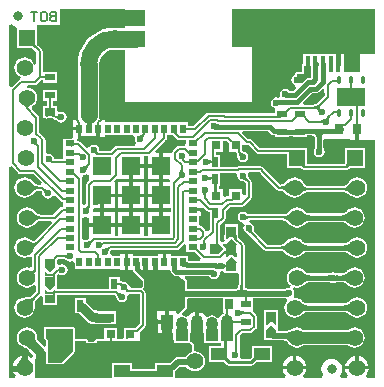
<source format=gbl>
G04*
G04 #@! TF.GenerationSoftware,Altium Limited,Altium Designer,20.2.6 (244)*
G04*
G04 Layer_Physical_Order=2*
G04 Layer_Color=16711680*
%FSLAX25Y25*%
%MOIN*%
G70*
G04*
G04 #@! TF.SameCoordinates,A3B400B8-C857-4583-85C6-9FA4B9C7ABCD*
G04*
G04*
G04 #@! TF.FilePolarity,Positive*
G04*
G01*
G75*
%ADD10C,0.00787*%
%ADD12C,0.00800*%
%ADD15C,0.01000*%
%ADD16R,0.03150X0.03150*%
%ADD24C,0.05512*%
%ADD30C,0.03150*%
%ADD31C,0.01575*%
%ADD32C,0.03150*%
%ADD34C,0.01500*%
%ADD35C,0.03937*%
%ADD36C,0.02000*%
%ADD40O,0.04000X0.04724*%
%ADD41R,0.04000X0.04724*%
%ADD42R,0.05500X0.05500*%
%ADD43C,0.05500*%
%ADD44C,0.02362*%
%ADD45C,0.05653*%
%ADD46R,0.05512X0.04134*%
%ADD47R,0.05610X0.06102*%
%ADD48R,0.01772X0.05433*%
%ADD49R,0.07087X0.07480*%
%ADD50R,0.06496X0.05118*%
%ADD51R,0.03937X0.07480*%
%ADD52R,0.04800X0.02800*%
%ADD53R,0.03400X0.03000*%
%ADD54R,0.02400X0.03900*%
%ADD55R,0.09449X0.05906*%
G04:AMPARAMS|DCode=56|XSize=15.75mil|YSize=23.62mil|CornerRadius=3.94mil|HoleSize=0mil|Usage=FLASHONLY|Rotation=0.000|XOffset=0mil|YOffset=0mil|HoleType=Round|Shape=RoundedRectangle|*
%AMROUNDEDRECTD56*
21,1,0.01575,0.01575,0,0,0.0*
21,1,0.00787,0.02362,0,0,0.0*
1,1,0.00787,0.00394,-0.00787*
1,1,0.00787,-0.00394,-0.00787*
1,1,0.00787,-0.00394,0.00787*
1,1,0.00787,0.00394,0.00787*
%
%ADD56ROUNDEDRECTD56*%
%ADD57R,0.03000X0.03400*%
%ADD58R,0.01968X0.03150*%
%ADD59R,0.03150X0.01968*%
%ADD60R,0.06299X0.06299*%
%ADD61R,0.04000X0.04000*%
%ADD62C,0.04000*%
%ADD63R,0.03400X0.02400*%
%ADD64R,0.06693X0.05709*%
%ADD65R,0.06693X0.12598*%
G04:AMPARAMS|DCode=66|XSize=30mil|YSize=34mil|CornerRadius=0mil|HoleSize=0mil|Usage=FLASHONLY|Rotation=135.000|XOffset=0mil|YOffset=0mil|HoleType=Round|Shape=Rectangle|*
%AMROTATEDRECTD66*
4,1,4,0.02263,0.00141,-0.00141,-0.02263,-0.02263,-0.00141,0.00141,0.02263,0.02263,0.00141,0.0*
%
%ADD66ROTATEDRECTD66*%

%ADD67R,0.02400X0.03400*%
%ADD68C,0.01968*%
%ADD69C,0.01181*%
%ADD70C,0.02953*%
%ADD71C,0.01600*%
G36*
X40945Y118311D02*
X37574D01*
Y118317D01*
X35651Y118166D01*
X33776Y117716D01*
X31995Y116978D01*
X30351Y115970D01*
X28884Y114718D01*
X27632Y113252D01*
X26624Y111608D01*
X25886Y109826D01*
X25436Y107951D01*
X25285Y106029D01*
X25292D01*
Y89272D01*
X25416Y88328D01*
X25477Y88182D01*
X24942Y87382D01*
X23685D01*
Y85216D01*
X25850D01*
Y84626D01*
X26441D01*
Y82221D01*
X26664Y82172D01*
X26942Y81982D01*
X26757Y81870D01*
X27105D01*
X26942Y81982D01*
X27402Y82260D01*
X28016Y82263D01*
Y82264D01*
X29984D01*
Y81870D01*
X31559D01*
Y84626D01*
X32740D01*
Y81870D01*
X34315D01*
Y82461D01*
X36874Y82461D01*
X37674Y82461D01*
X40024Y82461D01*
X40824Y82461D01*
X43878D01*
X44118Y82150D01*
X44368Y81661D01*
X44256Y81102D01*
X44394Y80411D01*
X44786Y79825D01*
X44532Y79032D01*
X38559D01*
X38174Y78956D01*
X37849Y78738D01*
X36472Y77362D01*
X32677D01*
X32515Y77559D01*
X32377Y78250D01*
X31986Y78836D01*
X31400Y79228D01*
X30709Y79365D01*
X30017Y79228D01*
X29431Y78836D01*
X29177Y78456D01*
X28280Y78221D01*
X26166Y80335D01*
X25841Y80552D01*
X25457Y80629D01*
X25432D01*
X25134Y80927D01*
X25058Y81200D01*
X25260Y81456D01*
Y84035D01*
X23685D01*
Y81870D01*
X23179Y81279D01*
X20535D01*
Y78930D01*
X20535Y78130D01*
X20535D01*
Y78130D01*
X20535D01*
Y74425D01*
X17551D01*
X17417Y75101D01*
X17025Y75687D01*
X16439Y76078D01*
X15748Y76216D01*
X15386Y76144D01*
X14586Y76653D01*
Y80825D01*
X14510Y81212D01*
X14290Y81539D01*
X13826Y82003D01*
X13686Y82214D01*
X12555Y83345D01*
Y88253D01*
X12478Y88639D01*
X12259Y88967D01*
X10047Y91180D01*
X10031Y91199D01*
X10030Y91201D01*
X10063Y91818D01*
X10189Y92168D01*
X10775Y92618D01*
X11310Y93316D01*
X11647Y94128D01*
X11761Y95000D01*
X11647Y95872D01*
X11310Y96685D01*
X10775Y97383D01*
X10077Y97918D01*
X9264Y98255D01*
X8557Y98348D01*
X8609Y99148D01*
X10967D01*
X11000Y99141D01*
X11386Y99218D01*
X11714Y99437D01*
X13051Y100775D01*
X13851Y100726D01*
Y100028D01*
X18432D01*
Y103609D01*
X13851D01*
X13602Y104306D01*
Y110400D01*
X13525Y110787D01*
X13306Y111114D01*
X12187Y112233D01*
X12163Y112299D01*
X11852Y112631D01*
X11756Y112749D01*
X11733Y112782D01*
Y112840D01*
X11760Y112882D01*
X11733Y113004D01*
Y118341D01*
X11733D01*
X11844Y119095D01*
X19578D01*
Y124379D01*
X40945D01*
Y118311D01*
D02*
G37*
G36*
X11067Y112949D02*
X11030Y112890D01*
X11020Y112815D01*
X11037Y112725D01*
X11080Y112619D01*
X11150Y112498D01*
X11247Y112362D01*
X11370Y112211D01*
X11696Y111862D01*
X10730Y111697D01*
X10584Y111837D01*
X10314Y112062D01*
X10190Y112146D01*
X10073Y112212D01*
X9963Y112259D01*
X9861Y112288D01*
X9766Y112298D01*
X9679Y112289D01*
X9599Y112262D01*
X11130Y112993D01*
X11067Y112949D01*
D02*
G37*
G36*
X3752Y119000D02*
X4411Y118727D01*
X5052Y118341D01*
X5052Y117886D01*
Y111660D01*
X9385D01*
X9386Y111660D01*
X9387Y111660D01*
X9721D01*
X9742Y111653D01*
X9752Y111654D01*
X9788Y111639D01*
X9852Y111603D01*
X9929Y111551D01*
X10157Y111360D01*
X10287Y111236D01*
X10334Y111217D01*
X10361Y111175D01*
X10397Y111166D01*
X11582Y109982D01*
Y106188D01*
X10782Y106029D01*
X10510Y106685D01*
X9975Y107383D01*
X9277Y107918D01*
X8464Y108255D01*
X7592Y108370D01*
X6720Y108255D01*
X5907Y107918D01*
X5210Y107383D01*
X4674Y106685D01*
X4338Y105872D01*
X4223Y105000D01*
X4338Y104128D01*
X4674Y103315D01*
X5210Y102618D01*
X5907Y102082D01*
X6251Y101940D01*
X6169Y101108D01*
X6051Y101084D01*
X5723Y100865D01*
X3267Y98409D01*
X2467Y98719D01*
Y119044D01*
X3267Y119372D01*
X3752Y119000D01*
D02*
G37*
G36*
X102400Y105693D02*
X102462Y105631D01*
X103062D01*
Y102874D01*
X103201D01*
Y101781D01*
X103084Y101664D01*
X102032D01*
X101509Y101560D01*
X101066Y101264D01*
X100602Y100800D01*
X98297D01*
X98297Y102894D01*
X100699D01*
Y105693D01*
X102400Y105693D01*
D02*
G37*
G36*
X124379Y109488D02*
X111132D01*
Y109488D01*
X100503D01*
Y106250D01*
X100247Y106145D01*
X100060Y105693D01*
Y103533D01*
X98297D01*
X97845Y103346D01*
X97658Y102894D01*
Y102479D01*
X97606Y102469D01*
X97020Y102077D01*
X96628Y101491D01*
X96491Y100800D01*
X96628Y100109D01*
X97020Y99523D01*
X97606Y99131D01*
X97769Y99099D01*
X98032Y98231D01*
X97100Y97298D01*
X95872D01*
X95806Y97395D01*
X95220Y97787D01*
X94529Y97924D01*
X93838Y97787D01*
X93252Y97395D01*
X92860Y96809D01*
X92723Y96118D01*
X92826Y95598D01*
X92791Y95505D01*
X92496Y95187D01*
X92194Y94989D01*
X91567Y95113D01*
X90876Y94976D01*
X90290Y94584D01*
X89898Y93998D01*
X89761Y93307D01*
X89898Y92616D01*
X90290Y92030D01*
X90623Y91807D01*
X91209Y91290D01*
X91209Y90818D01*
Y89710D01*
X74316D01*
X74284Y89716D01*
X73045D01*
X72728Y89928D01*
X72342Y90005D01*
X68918D01*
X68532Y89928D01*
X68204Y89709D01*
X64131Y85636D01*
X62071D01*
Y86791D01*
X56572D01*
X55772Y86791D01*
Y86791D01*
X55772D01*
Y86791D01*
X53422D01*
X52622Y86791D01*
Y86791D01*
X52622D01*
Y86791D01*
X47123D01*
X46323Y86791D01*
Y86791D01*
X46323D01*
Y86791D01*
X40824D01*
X40024Y86791D01*
X39224Y86791D01*
X36874Y86791D01*
X36074Y86791D01*
X34315D01*
Y87382D01*
X32932D01*
X32397Y88182D01*
X32458Y88328D01*
X32582Y89272D01*
Y106029D01*
X32570Y106120D01*
X32729Y107327D01*
X33230Y108536D01*
X34027Y109575D01*
X35066Y110372D01*
X36276Y110873D01*
X37482Y111032D01*
X37574Y111020D01*
X40945D01*
Y93505D01*
X83465D01*
Y124379D01*
X124379D01*
Y109488D01*
D02*
G37*
G36*
X107568Y97706D02*
X107615Y95616D01*
X105148Y93148D01*
X105083Y93124D01*
X104985Y93033D01*
X104903Y92967D01*
X104820Y92911D01*
X104735Y92863D01*
X104649Y92823D01*
X104560Y92790D01*
X104466Y92765D01*
X104368Y92746D01*
X104263Y92734D01*
X104130Y92729D01*
X104066Y92700D01*
X100666D01*
X100360Y93440D01*
X103169Y96249D01*
X103441Y96430D01*
X104686D01*
X105209Y96535D01*
X105652Y96831D01*
X106825Y98004D01*
X107568Y97706D01*
D02*
G37*
G36*
X9266Y92382D02*
X9166Y92320D01*
X9079Y92246D01*
X9003Y92161D01*
X8938Y92064D01*
X8886Y91955D01*
X8845Y91835D01*
X8816Y91704D01*
X8798Y91561D01*
X8792Y91406D01*
X7992D01*
X7986Y91561D01*
X7969Y91704D01*
X7940Y91835D01*
X7898Y91955D01*
X7846Y92064D01*
X7782Y92161D01*
X7705Y92246D01*
X7618Y92320D01*
X7518Y92382D01*
X7407Y92433D01*
X9377D01*
X9266Y92382D01*
D02*
G37*
G36*
X106249Y92256D02*
X106148Y92143D01*
X106069Y92030D01*
X106012Y91917D01*
X105978Y91804D01*
X105967Y91690D01*
X105978Y91577D01*
X106012Y91464D01*
X106026Y91436D01*
X106055Y91421D01*
X106152Y91381D01*
X106253Y91351D01*
X106357Y91330D01*
X106465Y91317D01*
X106576Y91314D01*
X106692Y91320D01*
X105616Y90064D01*
X105605Y90182D01*
X105586Y90297D01*
X105561Y90407D01*
X105528Y90512D01*
X105489Y90614D01*
X105442Y90711D01*
X105389Y90804D01*
X105329Y90891D01*
X105282Y90929D01*
X105158Y91013D01*
X105028Y91087D01*
X104894Y91149D01*
X104755Y91200D01*
X104611Y91240D01*
X104463Y91268D01*
X104310Y91285D01*
X104152Y91290D01*
Y92090D01*
X104310Y92096D01*
X104463Y92113D01*
X104611Y92141D01*
X104755Y92181D01*
X104894Y92232D01*
X105028Y92294D01*
X105158Y92368D01*
X105282Y92453D01*
X105403Y92549D01*
X105518Y92656D01*
X106249Y92256D01*
D02*
G37*
G36*
X109395Y88432D02*
X109317Y88347D01*
X109253Y88261D01*
X109201Y88175D01*
X109163Y88087D01*
X109138Y87999D01*
X109127Y87911D01*
X109128Y87821D01*
X109143Y87731D01*
X109172Y87640D01*
X109213Y87549D01*
X107668Y88070D01*
X107764Y88118D01*
X107964Y88238D01*
X108068Y88310D01*
X108285Y88476D01*
X108514Y88674D01*
X108753Y88903D01*
X109395Y88432D01*
D02*
G37*
G36*
X107324Y86173D02*
X107238Y86256D01*
X107149Y86329D01*
X107057Y86394D01*
X106963Y86450D01*
X106867Y86498D01*
X106768Y86537D01*
X106666Y86567D01*
X106562Y86589D01*
X106455Y86602D01*
X106345Y86606D01*
Y87394D01*
X106455Y87398D01*
X106562Y87411D01*
X106666Y87433D01*
X106768Y87463D01*
X106867Y87502D01*
X106963Y87550D01*
X107057Y87606D01*
X107149Y87671D01*
X107238Y87744D01*
X107324Y87827D01*
Y86173D01*
D02*
G37*
G36*
X71828Y86128D02*
X71859Y86115D01*
X71903Y86103D01*
X71960Y86093D01*
X72030Y86085D01*
X72316Y86069D01*
X72572Y86066D01*
X72287Y84491D01*
X71594Y84503D01*
X71811Y86142D01*
X71828Y86128D01*
D02*
G37*
G36*
X108162Y83013D02*
X107863Y82997D01*
X107595Y82950D01*
X107359Y82871D01*
X107154Y82761D01*
X106981Y82619D01*
X106839Y82446D01*
X106729Y82241D01*
X106650Y82005D01*
X106603Y81737D01*
X106587Y81438D01*
X105013D01*
X104997Y81737D01*
X104950Y82005D01*
X104871Y82241D01*
X104761Y82446D01*
X104619Y82619D01*
X104446Y82761D01*
X104241Y82871D01*
X104005Y82950D01*
X103737Y82997D01*
X103438Y83013D01*
X105800Y84587D01*
X108162Y83013D01*
D02*
G37*
G36*
X47462Y82371D02*
X47385Y82287D01*
X47320Y82201D01*
X47266Y82112D01*
X47224Y82021D01*
X47192Y81927D01*
X47172Y81830D01*
X47162Y81730D01*
X47164Y81628D01*
X47177Y81523D01*
X47202Y81415D01*
X45773Y82247D01*
X45892Y82280D01*
X46115Y82359D01*
X46220Y82404D01*
X46319Y82455D01*
X46414Y82509D01*
X46505Y82568D01*
X46591Y82631D01*
X46672Y82698D01*
X46748Y82770D01*
X47462Y82371D01*
D02*
G37*
G36*
X11900Y80142D02*
X11884Y80040D01*
X11880Y79940D01*
X11887Y79843D01*
X11907Y79748D01*
X11937Y79655D01*
X11980Y79564D01*
X12033Y79476D01*
X12099Y79389D01*
X12176Y79305D01*
X11426Y78924D01*
X11349Y78996D01*
X11269Y79065D01*
X11184Y79129D01*
X11095Y79189D01*
X11001Y79245D01*
X10801Y79346D01*
X10695Y79390D01*
X10469Y79466D01*
X11927Y80246D01*
X11900Y80142D01*
D02*
G37*
G36*
X106627Y77843D02*
X104973D01*
X104981Y77858D01*
X104987Y77886D01*
X104993Y77927D01*
X105003Y78049D01*
X105012Y78454D01*
X105013Y78589D01*
X106587D01*
X106627Y77843D01*
D02*
G37*
G36*
X31846Y77219D02*
X31847Y77167D01*
X31858Y77112D01*
X31878Y77053D01*
X31907Y76992D01*
X31945Y76927D01*
X31992Y76859D01*
X32048Y76788D01*
X32188Y76636D01*
X31631Y76080D01*
X31554Y76154D01*
X31409Y76276D01*
X31341Y76323D01*
X31276Y76361D01*
X31214Y76390D01*
X31156Y76409D01*
X31101Y76420D01*
X31049Y76422D01*
X31000Y76414D01*
X31853Y77268D01*
X31846Y77219D01*
D02*
G37*
G36*
X79710Y76789D02*
X79792Y76719D01*
X79879Y76654D01*
X79968Y76595D01*
X80061Y76540D01*
X80158Y76492D01*
X80257Y76448D01*
X80360Y76410D01*
X80466Y76376D01*
X80576Y76349D01*
X79184Y75538D01*
X79209Y75638D01*
X79224Y75735D01*
X79228Y75831D01*
X79221Y75923D01*
X79203Y76013D01*
X79175Y76101D01*
X79136Y76186D01*
X79086Y76269D01*
X79025Y76349D01*
X78954Y76427D01*
X79630Y76864D01*
X79710Y76789D01*
D02*
G37*
G36*
X26127Y76451D02*
X26261Y76336D01*
X26321Y76292D01*
X26377Y76255D01*
X26430Y76227D01*
X26478Y76208D01*
X26523Y76198D01*
X26563Y76196D01*
X26600Y76202D01*
X25818Y75420D01*
X25824Y75456D01*
X25822Y75497D01*
X25811Y75541D01*
X25792Y75590D01*
X25764Y75642D01*
X25728Y75699D01*
X25683Y75759D01*
X25630Y75824D01*
X25498Y75965D01*
X26055Y76521D01*
X26127Y76451D01*
D02*
G37*
G36*
X58342Y81183D02*
X58361Y81156D01*
X58688Y80937D01*
X59075Y80860D01*
X61480D01*
Y79741D01*
X61081Y79004D01*
X59119D01*
X58732Y78928D01*
X58405Y78709D01*
X57017Y77321D01*
X56798Y76994D01*
X56722Y76607D01*
Y76555D01*
X53606D01*
Y72224D01*
Y67893D01*
X55742D01*
X56188Y67093D01*
X55953Y66712D01*
X53606D01*
Y62382D01*
Y58051D01*
X56466D01*
Y56870D01*
X53606D01*
Y52539D01*
X53016D01*
Y51949D01*
X48685D01*
Y49015D01*
X47504D01*
Y51949D01*
X43173D01*
X38842D01*
Y49015D01*
X37661D01*
Y51949D01*
X33331D01*
X29000D01*
Y48208D01*
X28503Y47648D01*
X28451Y47626D01*
X27804Y47497D01*
X27660Y47401D01*
X26860Y47829D01*
Y54843D01*
X27660Y55352D01*
X28022Y55280D01*
X28200Y55316D01*
X29000Y54720D01*
Y53130D01*
X32740D01*
Y56870D01*
X30465D01*
X30257Y57309D01*
X30766Y58051D01*
X32740D01*
Y62382D01*
X33331D01*
Y62972D01*
X37661D01*
Y66712D01*
X37661D01*
X37452Y67217D01*
X38067Y67833D01*
X38842Y67893D01*
X38842Y67893D01*
X38842Y67893D01*
X42582D01*
Y72224D01*
X43173D01*
Y72815D01*
X47504D01*
Y75634D01*
X48685D01*
Y72815D01*
X52425D01*
Y76555D01*
X51367D01*
X51061Y77294D01*
X54714Y80947D01*
X54933Y81275D01*
X55010Y81661D01*
Y82368D01*
X55772Y82461D01*
Y82461D01*
X57065D01*
X58342Y81183D01*
D02*
G37*
G36*
X69040Y74366D02*
X69129Y74293D01*
X69220Y74228D01*
X69314Y74172D01*
X69411Y74124D01*
X69510Y74085D01*
X69611Y74055D01*
X69716Y74033D01*
X69823Y74020D01*
X69932Y74016D01*
Y73228D01*
X69823Y73224D01*
X69716Y73211D01*
X69611Y73189D01*
X69510Y73159D01*
X69411Y73120D01*
X69314Y73072D01*
X69220Y73016D01*
X69129Y72951D01*
X69040Y72877D01*
X68954Y72795D01*
Y74449D01*
X69040Y74366D01*
D02*
G37*
G36*
X116029Y72262D02*
X115984Y72274D01*
X115929Y72271D01*
X115865Y72252D01*
X115792Y72218D01*
X115710Y72169D01*
X115619Y72105D01*
X115518Y72026D01*
X115290Y71821D01*
X115162Y71696D01*
X114445Y72111D01*
X114560Y72229D01*
X114805Y72519D01*
X114854Y72595D01*
X114887Y72661D01*
X114903Y72717D01*
X114903Y72762D01*
X114887Y72797D01*
X114854Y72821D01*
X116029Y72262D01*
D02*
G37*
G36*
X101146Y72260D02*
X101163Y72256D01*
X101181Y72248D01*
X101201Y72238D01*
X101223Y72224D01*
X101246Y72208D01*
X101297Y72166D01*
X101325Y72140D01*
X101355Y72111D01*
X100638Y71696D01*
X100528Y71804D01*
X100228Y72058D01*
X100138Y72121D01*
X100054Y72171D01*
X99975Y72211D01*
X99902Y72239D01*
X99834Y72256D01*
X99771Y72262D01*
X101130D01*
X101146Y72260D01*
D02*
G37*
G36*
X28732Y71876D02*
X28658Y71796D01*
X28591Y71711D01*
X28533Y71622D01*
X28482Y71528D01*
X28440Y71431D01*
X28405Y71329D01*
X28378Y71222D01*
X28360Y71112D01*
X28349Y70997D01*
X28346Y70878D01*
X27177Y72047D01*
X27296Y72050D01*
X27411Y72061D01*
X27522Y72079D01*
X27628Y72106D01*
X27730Y72141D01*
X27828Y72183D01*
X27921Y72234D01*
X28010Y72292D01*
X28095Y72359D01*
X28175Y72433D01*
X28732Y71876D01*
D02*
G37*
G36*
X89751Y82842D02*
X90207Y82537D01*
X90744Y82430D01*
X91209D01*
Y81709D01*
X95790D01*
Y82095D01*
X97209D01*
Y81709D01*
X101790D01*
Y82395D01*
X103299D01*
X103312Y82386D01*
X103359Y82395D01*
X103361D01*
X103404Y82374D01*
X103665Y82361D01*
X103847Y82328D01*
X103987Y82282D01*
X104088Y82227D01*
X104165Y82165D01*
X104227Y82089D01*
X104282Y81986D01*
X104328Y81847D01*
X104361Y81664D01*
X104374Y81404D01*
X104395Y81361D01*
Y78643D01*
X104373Y78591D01*
X104373Y78463D01*
X104364Y78081D01*
X104360Y78035D01*
X104131Y77691D01*
X103994Y77000D01*
X104131Y76309D01*
X104523Y75723D01*
X105109Y75331D01*
X105800Y75194D01*
X106491Y75331D01*
X107077Y75723D01*
X107469Y76309D01*
X107606Y77000D01*
X107469Y77691D01*
X107258Y78006D01*
X107226Y78623D01*
X107205Y78666D01*
Y81004D01*
X107636Y81093D01*
X108005Y81155D01*
X124379Y80898D01*
Y1606D01*
X121651D01*
X121356Y2406D01*
X121826Y3018D01*
X122222Y3974D01*
X122279Y4409D01*
X118392D01*
X114505D01*
X114562Y3974D01*
X114958Y3018D01*
X115428Y2406D01*
X115133Y1606D01*
X113185D01*
X112791Y2406D01*
X113048Y2740D01*
X113399Y3589D01*
X113519Y4500D01*
X113399Y5411D01*
X113048Y6260D01*
X112488Y6988D01*
X111759Y7548D01*
X110911Y7899D01*
X110000Y8019D01*
X109089Y7899D01*
X108240Y7548D01*
X107512Y6988D01*
X106952Y6260D01*
X106601Y5411D01*
X106481Y4500D01*
X106601Y3589D01*
X106952Y2740D01*
X107209Y2406D01*
X106815Y1606D01*
X100851D01*
X100557Y2406D01*
X101026Y3018D01*
X101422Y3974D01*
X101480Y4409D01*
X97592D01*
X93705D01*
X93762Y3974D01*
X94159Y3018D01*
X94628Y2406D01*
X94333Y1606D01*
X57677Y1606D01*
Y3644D01*
X57890Y3786D01*
X59443Y5339D01*
X61570D01*
X62060Y4700D01*
X62759Y4163D01*
X63573Y3826D01*
X64447Y3711D01*
X65320Y3826D01*
X66134Y4163D01*
X66833Y4700D01*
X67370Y5399D01*
X67707Y6213D01*
X67822Y7087D01*
X67707Y7960D01*
X67370Y8774D01*
X66833Y9473D01*
X66134Y10010D01*
X65320Y10347D01*
X64447Y10462D01*
X64103Y10768D01*
X64125Y12307D01*
X64124Y12309D01*
X64125Y12312D01*
X64034Y12537D01*
X63945Y12761D01*
X63942Y12762D01*
X63942Y12765D01*
X63112Y13606D01*
X63110Y13607D01*
X63109Y13610D01*
X62885Y13702D01*
X62662Y13797D01*
X62590Y14536D01*
Y16669D01*
X63390Y17063D01*
X63396Y17059D01*
X64170Y16739D01*
X64409Y16707D01*
Y20200D01*
Y23693D01*
X64170Y23661D01*
X63396Y23341D01*
X62731Y22831D01*
X62221Y22166D01*
X61307Y22025D01*
X61298Y22028D01*
X60676Y22286D01*
X60331Y22332D01*
X60012Y23144D01*
X61413Y24545D01*
X61601Y24997D01*
Y27825D01*
X61694D01*
X62146Y28013D01*
X62160Y28047D01*
X73744D01*
Y23884D01*
X73744Y23884D01*
X73909Y23337D01*
X73958Y23083D01*
X73955Y23038D01*
X73942Y22946D01*
X73937Y22926D01*
X73694Y22825D01*
X73152Y22410D01*
X72737Y21869D01*
X72709Y21801D01*
X71930Y21628D01*
X71784Y21658D01*
X71306Y22025D01*
X70676Y22286D01*
X70000Y22375D01*
X69324Y22286D01*
X68702Y22028D01*
X68693Y22025D01*
X67779Y22166D01*
X67269Y22831D01*
X66604Y23341D01*
X65830Y23661D01*
X65591Y23693D01*
Y20200D01*
Y16707D01*
X65830Y16739D01*
X66604Y17059D01*
X66609Y17063D01*
X67409Y16669D01*
Y13158D01*
X73160D01*
Y12205D01*
X69095D01*
Y6890D01*
X74215D01*
X75108Y5997D01*
X75468Y5756D01*
X75894Y5672D01*
X75894Y5672D01*
X83161D01*
X83161Y5672D01*
X83587Y5756D01*
X83948Y5997D01*
X84840Y6890D01*
X89961D01*
Y12205D01*
X83268D01*
Y8462D01*
X82701Y7895D01*
X79872D01*
X79362Y8695D01*
X79434Y9055D01*
X79296Y9746D01*
X79213Y9871D01*
X79258Y10098D01*
Y15609D01*
X80065Y16416D01*
X82676D01*
X83063Y16493D01*
X83390Y16712D01*
X83848Y17170D01*
X83867Y17174D01*
X84194Y17392D01*
X84775Y17973D01*
X84994Y18301D01*
X85071Y18687D01*
Y21907D01*
X84994Y22294D01*
X84775Y22622D01*
X83681Y23715D01*
X83661Y24507D01*
X83661Y24507D01*
Y28047D01*
X94761D01*
X94967Y27742D01*
X95106Y27247D01*
X94674Y26685D01*
X94338Y25872D01*
X94223Y25000D01*
X94338Y24128D01*
X94674Y23315D01*
X95210Y22617D01*
X95908Y22082D01*
X96720Y21745D01*
X97592Y21631D01*
X98464Y21745D01*
X99277Y22082D01*
X99941Y22592D01*
X100000Y22615D01*
X100208Y22815D01*
X100401Y22980D01*
X100592Y23123D01*
X100780Y23244D01*
X100966Y23343D01*
X101149Y23423D01*
X101330Y23483D01*
X101511Y23526D01*
X101691Y23552D01*
X101903Y23562D01*
X101947Y23582D01*
X114037D01*
X114081Y23562D01*
X114293Y23552D01*
X114474Y23526D01*
X114654Y23483D01*
X114835Y23423D01*
X115018Y23343D01*
X115204Y23244D01*
X115393Y23123D01*
X115584Y22980D01*
X115777Y22815D01*
X115984Y22615D01*
X116043Y22592D01*
X116707Y22082D01*
X117520Y21745D01*
X118392Y21631D01*
X119264Y21745D01*
X120077Y22082D01*
X120775Y22617D01*
X121310Y23315D01*
X121647Y24128D01*
X121762Y25000D01*
X121647Y25872D01*
X121310Y26685D01*
X120775Y27382D01*
X120077Y27918D01*
X119264Y28255D01*
X118392Y28369D01*
X117520Y28255D01*
X116707Y27918D01*
X116043Y27408D01*
X115984Y27385D01*
X115777Y27185D01*
X115584Y27020D01*
X115392Y26877D01*
X115204Y26757D01*
X115018Y26657D01*
X114835Y26577D01*
X114654Y26517D01*
X114474Y26474D01*
X114293Y26448D01*
X114081Y26439D01*
X114037Y26418D01*
X101947D01*
X101903Y26439D01*
X101691Y26448D01*
X101511Y26474D01*
X101330Y26517D01*
X101149Y26577D01*
X100966Y26657D01*
X100780Y26757D01*
X100592Y26877D01*
X100401Y27020D01*
X100208Y27185D01*
X100000Y27385D01*
X99941Y27408D01*
X99277Y27918D01*
X98464Y28255D01*
X97715Y28353D01*
X97456Y28697D01*
X97274Y29134D01*
X97338Y29230D01*
X97476Y29921D01*
X97338Y30612D01*
X97022Y31086D01*
X97216Y31506D01*
X97451Y31774D01*
X97520Y31745D01*
X98392Y31631D01*
X99264Y31745D01*
X100077Y32082D01*
X100755Y32602D01*
X100808Y32623D01*
X101015Y32824D01*
X101207Y32989D01*
X101398Y33132D01*
X101585Y33253D01*
X101770Y33353D01*
X101953Y33432D01*
X102134Y33493D01*
X102314Y33536D01*
X102494Y33561D01*
X102706Y33571D01*
X102750Y33592D01*
X108864D01*
X108915Y33571D01*
X109270Y33569D01*
X109480Y33562D01*
X109796Y33351D01*
X110487Y33213D01*
X111179Y33351D01*
X111479Y33551D01*
X112076Y33571D01*
X112123Y33592D01*
X113234D01*
X113278Y33571D01*
X113490Y33561D01*
X113671Y33536D01*
X113851Y33493D01*
X114032Y33432D01*
X114214Y33353D01*
X114399Y33253D01*
X114587Y33132D01*
X114777Y32990D01*
X114969Y32824D01*
X115176Y32623D01*
X115229Y32602D01*
X115907Y32082D01*
X116720Y31745D01*
X117592Y31631D01*
X118464Y31745D01*
X119277Y32082D01*
X119975Y32618D01*
X120510Y33315D01*
X120847Y34128D01*
X120961Y35000D01*
X120847Y35872D01*
X120510Y36685D01*
X119975Y37383D01*
X119277Y37918D01*
X118464Y38255D01*
X117592Y38369D01*
X116720Y38255D01*
X115907Y37918D01*
X115256Y37418D01*
X115193Y37394D01*
X114984Y37194D01*
X114790Y37029D01*
X114598Y36887D01*
X114409Y36766D01*
X114223Y36667D01*
X114039Y36587D01*
X113857Y36526D01*
X113677Y36484D01*
X113496Y36458D01*
X113284Y36448D01*
X113240Y36428D01*
X112131D01*
X112081Y36449D01*
X112081Y36449D01*
X112080Y36449D01*
X111635Y36454D01*
X111522Y36459D01*
X111179Y36689D01*
X110487Y36826D01*
X109796Y36689D01*
X109473Y36472D01*
X108875Y36448D01*
X108830Y36428D01*
X102744D01*
X102700Y36448D01*
X102488Y36458D01*
X102308Y36484D01*
X102127Y36526D01*
X101945Y36587D01*
X101762Y36667D01*
X101575Y36766D01*
X101386Y36887D01*
X101194Y37029D01*
X101000Y37194D01*
X100791Y37394D01*
X100728Y37418D01*
X100077Y37918D01*
X99264Y38255D01*
X98392Y38369D01*
X97520Y38255D01*
X96708Y37918D01*
X96010Y37383D01*
X95474Y36685D01*
X95138Y35872D01*
X95023Y35000D01*
X95138Y34128D01*
X95474Y33315D01*
X96010Y32618D01*
X96259Y32426D01*
X95920Y31678D01*
X95669Y31728D01*
X94978Y31590D01*
X94529Y31290D01*
X82401D01*
X82372Y31305D01*
X82350Y31298D01*
X82328Y31308D01*
X81973Y31315D01*
X81393Y31372D01*
X81200Y31413D01*
X81053Y31460D01*
X81008Y31482D01*
X80957Y32248D01*
X80954Y32593D01*
X80925Y32662D01*
Y45930D01*
X80848Y46315D01*
X80631Y46640D01*
X78914Y48357D01*
Y49260D01*
X78885Y49331D01*
Y49579D01*
X78865Y49676D01*
Y52776D01*
X74284D01*
Y49377D01*
X74236Y49260D01*
Y47785D01*
X74301Y47627D01*
X73883Y46827D01*
X73872D01*
X73681Y46749D01*
X72882Y47147D01*
Y52690D01*
X74295Y54104D01*
X74513Y54430D01*
X74589Y54813D01*
Y56982D01*
X76249Y58642D01*
X80034D01*
X80418Y58718D01*
X80743Y58936D01*
X82989Y61181D01*
X83206Y61507D01*
X83283Y61891D01*
Y66933D01*
X83206Y67317D01*
X82989Y67643D01*
X82375Y68256D01*
X82351Y68321D01*
X82294Y68383D01*
X82261Y68426D01*
X82232Y68470D01*
X82207Y68515D01*
X82186Y68564D01*
X82168Y68616D01*
X82154Y68672D01*
X82144Y68735D01*
X82137Y68804D01*
X82135Y68901D01*
X82109Y68960D01*
X82049Y69259D01*
X82558Y70059D01*
X86002D01*
X86472Y69589D01*
X86491Y69561D01*
X91766Y64286D01*
X92094Y64067D01*
X92480Y63990D01*
X93117D01*
X93170Y63963D01*
X93312Y63951D01*
X93429Y63924D01*
X93574Y63872D01*
X93745Y63791D01*
X93938Y63678D01*
X94151Y63533D01*
X94377Y63359D01*
X94898Y62898D01*
X95179Y62620D01*
X95236Y62597D01*
X95908Y62082D01*
X96720Y61745D01*
X97592Y61631D01*
X98464Y61745D01*
X99277Y62082D01*
X99432Y62201D01*
X99536Y62223D01*
X99536Y62224D01*
X99536Y62224D01*
X99900Y62474D01*
X100549Y62890D01*
X101094Y63194D01*
X101314Y63299D01*
X101507Y63378D01*
X101663Y63428D01*
X101776Y63453D01*
X101894Y63463D01*
X101947Y63490D01*
X114038D01*
X114090Y63463D01*
X114209Y63453D01*
X114321Y63428D01*
X114478Y63378D01*
X114670Y63299D01*
X114880Y63199D01*
X116092Y62469D01*
X116448Y62224D01*
X116449Y62224D01*
X116449Y62223D01*
X116552Y62201D01*
X116707Y62082D01*
X117520Y61745D01*
X118392Y61631D01*
X119264Y61745D01*
X120077Y62082D01*
X120775Y62617D01*
X121310Y63315D01*
X121647Y64128D01*
X121762Y65000D01*
X121647Y65872D01*
X121310Y66685D01*
X120775Y67383D01*
X120077Y67918D01*
X119264Y68255D01*
X118392Y68369D01*
X117520Y68255D01*
X116707Y67918D01*
X116010Y67383D01*
X115694Y66971D01*
X115589Y66904D01*
X115378Y66607D01*
X115182Y66356D01*
X114992Y66140D01*
X114811Y65960D01*
X114641Y65816D01*
X114483Y65706D01*
X114339Y65627D01*
X114211Y65577D01*
X114098Y65550D01*
X113943Y65537D01*
X113911Y65521D01*
X113876Y65528D01*
X113848Y65510D01*
X102136D01*
X102108Y65528D01*
X102073Y65521D01*
X102042Y65537D01*
X101887Y65550D01*
X101773Y65577D01*
X101645Y65627D01*
X101502Y65706D01*
X101344Y65816D01*
X101173Y65960D01*
X100999Y66133D01*
X100601Y66614D01*
X100396Y66904D01*
X100291Y66971D01*
X99975Y67383D01*
X99277Y67918D01*
X98464Y68255D01*
X97592Y68369D01*
X96720Y68255D01*
X95908Y67918D01*
X95236Y67403D01*
X95179Y67380D01*
X94898Y67102D01*
X94377Y66641D01*
X94151Y66467D01*
X93938Y66322D01*
X93745Y66209D01*
X93574Y66128D01*
X93429Y66075D01*
X93312Y66049D01*
X93170Y66037D01*
X93117Y66010D01*
X92899D01*
X87919Y70990D01*
X87892Y71008D01*
X87127Y71772D01*
X86801Y71990D01*
X86418Y72066D01*
X78906D01*
X78522Y71990D01*
X78449Y71942D01*
X72905D01*
Y75913D01*
X71377D01*
Y76968D01*
X73721D01*
Y80689D01*
X75076D01*
X75886Y79880D01*
Y76968D01*
X78229D01*
Y76705D01*
X78305Y76321D01*
X78399Y76182D01*
X78417Y76080D01*
X78463Y76048D01*
X78482Y75995D01*
X78533Y75940D01*
X78555Y75911D01*
X78569Y75887D01*
X78578Y75868D01*
X78583Y75853D01*
X78586Y75837D01*
X78587Y75819D01*
X78586Y75795D01*
X78582Y75763D01*
X78564Y75694D01*
X78583Y75569D01*
X78508Y75197D01*
X78646Y74505D01*
X79037Y73919D01*
X79624Y73528D01*
X80315Y73390D01*
X81006Y73528D01*
X81592Y73919D01*
X81984Y74505D01*
X82121Y75197D01*
X81984Y75888D01*
X81592Y76474D01*
X81006Y76866D01*
X80824Y76902D01*
X80739Y76967D01*
X80236Y77530D01*
Y77953D01*
X80216Y78050D01*
Y79112D01*
X81016Y79336D01*
X81234Y79191D01*
X81620Y79114D01*
X82371D01*
X84850Y76636D01*
X85177Y76417D01*
X85564Y76340D01*
X95052D01*
Y71659D01*
X99648D01*
X99679Y71636D01*
X99705Y71630D01*
X99713Y71625D01*
X99718Y71625D01*
X99745Y71612D01*
X99790Y71584D01*
X99837Y71551D01*
X100097Y71330D01*
X100192Y71238D01*
X100261Y71211D01*
X100357Y71114D01*
X100685Y70895D01*
X101072Y70818D01*
X114728D01*
X115115Y70895D01*
X115443Y71114D01*
X115540Y71211D01*
X115609Y71239D01*
X115727Y71354D01*
X115930Y71536D01*
X116001Y71592D01*
X116058Y71632D01*
X116091Y71652D01*
X116108Y71657D01*
X116111Y71659D01*
X120933D01*
Y72014D01*
X121133Y72313D01*
X121210Y72700D01*
Y74747D01*
X121185Y74874D01*
X121210Y75000D01*
X121133Y75387D01*
X120933Y75686D01*
Y78341D01*
X114252D01*
Y72854D01*
X114238Y72838D01*
X101733D01*
Y78341D01*
X96140D01*
X96042Y78360D01*
X85982D01*
X83503Y80839D01*
X83176Y81058D01*
X82789Y81134D01*
X82038D01*
X80100Y83073D01*
X80431Y83873D01*
X88719D01*
X89751Y82842D01*
D02*
G37*
G36*
X60404Y70836D02*
X60417Y70728D01*
X60438Y70624D01*
X60468Y70522D01*
X60507Y70423D01*
X60554Y70327D01*
X60609Y70233D01*
X60673Y70142D01*
X60746Y70055D01*
X60827Y69969D01*
X59173D01*
X59254Y70055D01*
X59327Y70142D01*
X59391Y70233D01*
X59446Y70327D01*
X59493Y70423D01*
X59532Y70522D01*
X59562Y70624D01*
X59583Y70728D01*
X59596Y70836D01*
X59600Y70946D01*
X60400D01*
X60404Y70836D01*
D02*
G37*
G36*
X28960Y69109D02*
X29000Y69072D01*
Y67893D01*
X29000D01*
X29214Y67376D01*
X28424Y66586D01*
X28207Y66260D01*
X28130Y65876D01*
Y59438D01*
X27579Y59134D01*
X26860Y59572D01*
Y67917D01*
X26783Y68303D01*
X26770Y68322D01*
X27025Y68797D01*
X27231Y69073D01*
X27857Y69197D01*
X28200Y69427D01*
X28960Y69109D01*
D02*
G37*
G36*
X81499Y68767D02*
X81509Y68652D01*
X81528Y68541D01*
X81555Y68435D01*
X81589Y68333D01*
X81632Y68235D01*
X81682Y68142D01*
X81741Y68053D01*
X81807Y67968D01*
X81882Y67887D01*
X81325Y67331D01*
X81244Y67405D01*
X81160Y67471D01*
X81071Y67530D01*
X80977Y67580D01*
X80879Y67623D01*
X80777Y67658D01*
X80671Y67684D01*
X80561Y67703D01*
X80446Y67714D01*
X80327Y67716D01*
X81496Y68886D01*
X81499Y68767D01*
D02*
G37*
G36*
X68708Y68840D02*
X68797Y68766D01*
X68888Y68701D01*
X68982Y68645D01*
X69079Y68597D01*
X69178Y68558D01*
X69280Y68528D01*
X69384Y68506D01*
X69491Y68493D01*
X69601Y68489D01*
Y67701D01*
X69491Y67697D01*
X69384Y67684D01*
X69280Y67662D01*
X69178Y67632D01*
X69079Y67593D01*
X68982Y67545D01*
X68888Y67489D01*
X68797Y67424D01*
X68708Y67351D01*
X68622Y67268D01*
Y68922D01*
X68708Y68840D01*
D02*
G37*
G36*
X5463Y69912D02*
X5791Y69693D01*
X6178Y69616D01*
X10464D01*
X13276Y66804D01*
X12945Y66004D01*
X12069D01*
X12016Y66031D01*
X11875Y66043D01*
X11759Y66069D01*
X11614Y66122D01*
X11444Y66203D01*
X11251Y66317D01*
X11037Y66463D01*
X10811Y66637D01*
X10287Y67101D01*
X10006Y67380D01*
X9948Y67403D01*
X9277Y67918D01*
X8464Y68255D01*
X7592Y68370D01*
X6720Y68255D01*
X5907Y67918D01*
X5210Y67383D01*
X4674Y66685D01*
X4338Y65872D01*
X4223Y65000D01*
X4338Y64128D01*
X4674Y63315D01*
X5210Y62618D01*
X5907Y62082D01*
X6720Y61746D01*
X7592Y61631D01*
X8464Y61746D01*
X9277Y62082D01*
X9948Y62597D01*
X10006Y62621D01*
X10287Y62899D01*
X10811Y63363D01*
X11037Y63538D01*
X11251Y63683D01*
X11444Y63797D01*
X11614Y63879D01*
X11759Y63931D01*
X11875Y63958D01*
X12016Y63969D01*
X12069Y63997D01*
X13021D01*
X13294Y63724D01*
X13318Y63659D01*
X13375Y63598D01*
X13409Y63554D01*
X13438Y63510D01*
X13462Y63465D01*
X13483Y63416D01*
X13501Y63365D01*
X13515Y63308D01*
X13526Y63245D01*
X13532Y63177D01*
X13534Y63080D01*
X13560Y63021D01*
X13686Y62391D01*
X14077Y61805D01*
X14663Y61414D01*
X15354Y61276D01*
X16046Y61414D01*
X16632Y61805D01*
X16837Y62112D01*
X17762Y62318D01*
X19680Y60399D01*
X20008Y60180D01*
X20395Y60104D01*
X20535D01*
Y58667D01*
X20256D01*
X19869Y58591D01*
X19542Y58372D01*
X17180Y56010D01*
X12867D01*
X12814Y56037D01*
X12672Y56049D01*
X12555Y56076D01*
X12410Y56128D01*
X12240Y56209D01*
X12047Y56322D01*
X11834Y56467D01*
X11608Y56641D01*
X11086Y57102D01*
X10805Y57380D01*
X10748Y57403D01*
X10077Y57918D01*
X9264Y58255D01*
X8392Y58369D01*
X7520Y58255D01*
X6707Y57918D01*
X6010Y57383D01*
X5474Y56685D01*
X5138Y55872D01*
X5023Y55000D01*
X5138Y54128D01*
X5474Y53316D01*
X6010Y52618D01*
X6707Y52082D01*
X7520Y51746D01*
X8392Y51631D01*
X9264Y51746D01*
X10077Y52082D01*
X10748Y52597D01*
X10805Y52621D01*
X11086Y52898D01*
X11608Y53360D01*
X11833Y53533D01*
X12047Y53678D01*
X12240Y53791D01*
X12410Y53872D01*
X12555Y53925D01*
X12672Y53952D01*
X12814Y53963D01*
X12867Y53990D01*
X16477D01*
X16783Y53251D01*
X11023Y47491D01*
X10965Y47472D01*
X10835Y47359D01*
X10750Y47306D01*
X10672Y47276D01*
X10593Y47261D01*
X10501Y47261D01*
X10387Y47280D01*
X10247Y47325D01*
X10081Y47403D01*
X9892Y47517D01*
X9664Y47682D01*
X9657Y47683D01*
X9654Y47689D01*
X9544Y47713D01*
X9277Y47918D01*
X8464Y48255D01*
X7592Y48370D01*
X6720Y48255D01*
X5907Y47918D01*
X5210Y47383D01*
X4674Y46685D01*
X4338Y45872D01*
X4223Y45000D01*
X4338Y44128D01*
X4674Y43316D01*
X5210Y42618D01*
X5907Y42082D01*
X6720Y41746D01*
X7592Y41631D01*
X8464Y41746D01*
X9152Y42030D01*
X9952Y41712D01*
Y38690D01*
X9504Y38391D01*
X9151Y38270D01*
X8392Y38370D01*
X7520Y38255D01*
X6707Y37918D01*
X6010Y37383D01*
X5474Y36685D01*
X5138Y35872D01*
X5023Y35000D01*
X5138Y34128D01*
X5474Y33316D01*
X6010Y32618D01*
X6707Y32082D01*
X7520Y31746D01*
X8392Y31631D01*
X9264Y31746D01*
X10077Y32082D01*
X10745Y32595D01*
X10883Y32574D01*
X11545Y32307D01*
Y30381D01*
X10042Y28879D01*
X9986Y28861D01*
X9877Y28768D01*
X9775Y28704D01*
X9636Y28639D01*
X9458Y28576D01*
X9241Y28519D01*
X8988Y28471D01*
X8706Y28434D01*
X8010Y28392D01*
X7616Y28389D01*
X7559Y28365D01*
X6720Y28255D01*
X5907Y27918D01*
X5210Y27383D01*
X4674Y26685D01*
X4338Y25872D01*
X4223Y25000D01*
X4338Y24128D01*
X4674Y23315D01*
X5210Y22618D01*
X5907Y22082D01*
X6720Y21746D01*
X7592Y21631D01*
X8464Y21746D01*
X9277Y22082D01*
X9975Y22618D01*
X10510Y23315D01*
X10847Y24128D01*
X10957Y24967D01*
X10981Y25024D01*
X10983Y25418D01*
X11026Y26114D01*
X11063Y26396D01*
X11111Y26649D01*
X11168Y26866D01*
X11231Y27044D01*
X11296Y27183D01*
X11360Y27285D01*
X11453Y27394D01*
X11471Y27451D01*
X13019Y28998D01*
X13819Y28667D01*
Y25864D01*
X18400D01*
Y28964D01*
X18419Y29061D01*
Y29105D01*
X37571D01*
X37927Y28749D01*
X37951Y28685D01*
X38080Y28545D01*
X38122Y28493D01*
X38226Y28351D01*
X38262Y28295D01*
X38399Y28043D01*
X38437Y27959D01*
X38508Y27893D01*
X38823Y27423D01*
X39409Y27031D01*
X40100Y26894D01*
X40791Y27031D01*
X41377Y27423D01*
X41769Y28009D01*
X41906Y28700D01*
X41914Y28731D01*
X42575Y29438D01*
X45981D01*
Y21899D01*
X45973Y21860D01*
Y19628D01*
X44564Y18219D01*
X43969D01*
X43872Y18200D01*
X40623D01*
Y15340D01*
X40623Y14950D01*
X40604Y14853D01*
X39838Y14601D01*
X38458D01*
Y18200D01*
X34127D01*
Y14601D01*
X31706D01*
X31254Y14413D01*
X31067Y13961D01*
Y13730D01*
X28764D01*
Y13961D01*
X28577Y14413D01*
X28125Y14601D01*
X24355D01*
Y18000D01*
X24306Y18117D01*
Y18172D01*
X24284D01*
X24168Y18452D01*
X23716Y18639D01*
X14809D01*
X14692Y18590D01*
X14209Y18591D01*
X14170Y18000D01*
X14170Y17807D01*
X14170Y15000D01*
X14209Y14904D01*
Y14410D01*
X14275D01*
X14905Y13779D01*
Y12318D01*
X14105Y11986D01*
X12692Y13399D01*
X12692Y13400D01*
X12690Y13401D01*
X12648Y13444D01*
X12642Y13458D01*
X12440Y13666D01*
X12109Y14041D01*
X11991Y14195D01*
X11896Y14333D01*
X11827Y14450D01*
X11784Y14540D01*
X11765Y14597D01*
X11761Y14616D01*
X11762Y14668D01*
X11729Y14750D01*
X11761Y15000D01*
X11647Y15872D01*
X11310Y16684D01*
X10775Y17382D01*
X10077Y17918D01*
X9264Y18254D01*
X8392Y18369D01*
X7520Y18254D01*
X6707Y17918D01*
X6010Y17382D01*
X5474Y16684D01*
X5138Y15872D01*
X5023Y15000D01*
X5138Y14128D01*
X5474Y13315D01*
X6010Y12617D01*
X6707Y12082D01*
X7520Y11745D01*
X7904Y11695D01*
X7985Y11639D01*
X8019Y11631D01*
X8038Y11624D01*
X8100Y11590D01*
X8195Y11529D01*
X8303Y11450D01*
X9001Y10834D01*
X9209Y10629D01*
X9224Y10623D01*
X10539Y9307D01*
X10501Y8494D01*
X9766Y8287D01*
X9575Y8434D01*
X8618Y8830D01*
X8418Y8856D01*
X8425Y8806D01*
X8482Y8569D01*
X8562Y8335D01*
X8664Y8101D01*
X8789Y7870D01*
X8937Y7641D01*
X9108Y7413D01*
X9301Y7188D01*
X9517Y6964D01*
X8183D01*
Y5000D01*
X7592D01*
Y4409D01*
X5143D01*
X5270Y3526D01*
X5223Y3582D01*
X5156Y3632D01*
X5069Y3677D01*
X4962Y3715D01*
X4835Y3747D01*
X4689Y3774D01*
X4522Y3794D01*
X4130Y3818D01*
X3904Y3821D01*
Y4409D01*
X3705D01*
X3762Y3974D01*
X4158Y3017D01*
X4628Y2406D01*
X4333Y1606D01*
X2467D01*
X2467Y71798D01*
X3267Y72108D01*
X5463Y69912D01*
D02*
G37*
G36*
X14425Y64575D02*
X14510Y64509D01*
X14599Y64450D01*
X14692Y64400D01*
X14790Y64357D01*
X14892Y64323D01*
X14998Y64296D01*
X15109Y64277D01*
X15223Y64267D01*
X15342Y64264D01*
X14173Y63095D01*
X14171Y63214D01*
X14160Y63328D01*
X14141Y63439D01*
X14115Y63545D01*
X14080Y63647D01*
X14037Y63745D01*
X13987Y63838D01*
X13928Y63928D01*
X13862Y64012D01*
X13787Y64093D01*
X14344Y64650D01*
X14425Y64575D01*
D02*
G37*
G36*
X9850Y66634D02*
X10403Y66144D01*
X10662Y65945D01*
X10909Y65777D01*
X11143Y65639D01*
X11366Y65532D01*
X11577Y65455D01*
X11777Y65409D01*
X11964Y65394D01*
Y64606D01*
X11777Y64591D01*
X11577Y64545D01*
X11366Y64469D01*
X11143Y64362D01*
X10909Y64224D01*
X10662Y64055D01*
X10403Y63856D01*
X9850Y63366D01*
X9556Y63075D01*
Y66925D01*
X9850Y66634D01*
D02*
G37*
G36*
X95628Y63075D02*
X95335Y63365D01*
X94784Y63853D01*
X94526Y64051D01*
X94279Y64219D01*
X94044Y64356D01*
X93821Y64463D01*
X93610Y64539D01*
X93410Y64585D01*
X93221Y64600D01*
Y65400D01*
X93410Y65415D01*
X93610Y65461D01*
X93821Y65537D01*
X94044Y65644D01*
X94279Y65781D01*
X94526Y65949D01*
X94784Y66147D01*
X95335Y66635D01*
X95628Y66925D01*
Y63075D01*
D02*
G37*
G36*
X116811Y62750D02*
X116438Y63007D01*
X115184Y63762D01*
X114929Y63884D01*
X114697Y63978D01*
X114489Y64046D01*
X114305Y64087D01*
X114144Y64100D01*
X113994Y64900D01*
X114198Y64916D01*
X114404Y64965D01*
X114611Y65047D01*
X114820Y65162D01*
X115031Y65309D01*
X115244Y65489D01*
X115458Y65702D01*
X115674Y65947D01*
X115892Y66225D01*
X116111Y66536D01*
X116811Y62750D01*
D02*
G37*
G36*
X100093Y66225D02*
X100527Y65702D01*
X100741Y65489D01*
X100953Y65309D01*
X101164Y65162D01*
X101373Y65047D01*
X101581Y64965D01*
X101786Y64916D01*
X101990Y64900D01*
X101841Y64100D01*
X101680Y64087D01*
X101495Y64046D01*
X101287Y63978D01*
X101056Y63884D01*
X100801Y63762D01*
X100220Y63438D01*
X99546Y63007D01*
X99173Y62750D01*
X99874Y66536D01*
X100093Y66225D01*
D02*
G37*
G36*
X78003Y69913D02*
X78556Y69134D01*
X78508Y68897D01*
X78646Y68206D01*
X79037Y67620D01*
X79624Y67229D01*
X80253Y67103D01*
X80312Y67077D01*
X80409Y67075D01*
X80477Y67069D01*
X80540Y67058D01*
X80597Y67044D01*
X80649Y67026D01*
X80697Y67005D01*
X80742Y66981D01*
X80786Y66952D01*
X80830Y66918D01*
X80891Y66861D01*
X80956Y66837D01*
X81276Y66517D01*
Y62712D01*
X81016Y62519D01*
X80216Y62920D01*
Y64370D01*
X75886D01*
Y62040D01*
X74931D01*
X74544Y61963D01*
X74520Y61947D01*
X73721Y62332D01*
Y64370D01*
X72285D01*
Y65689D01*
X72905D01*
Y69934D01*
X77961D01*
X78003Y69913D01*
D02*
G37*
G36*
X68388Y63357D02*
X68316Y63269D01*
X68252Y63179D01*
X68196Y63085D01*
X68149Y62989D01*
X68111Y62890D01*
X68081Y62788D01*
X68059Y62684D01*
X68047Y62576D01*
X68042Y62466D01*
X67242D01*
X67238Y62576D01*
X67225Y62684D01*
X67204Y62788D01*
X67174Y62890D01*
X67136Y62989D01*
X67089Y63085D01*
X67033Y63179D01*
X66969Y63269D01*
X66897Y63357D01*
X66816Y63442D01*
X68469D01*
X68388Y63357D01*
D02*
G37*
G36*
X29182Y58116D02*
X29134Y58066D01*
X29025Y57938D01*
X29001Y57903D01*
X28984Y57871D01*
X28972Y57844D01*
X28967Y57819D01*
X28969Y57799D01*
X28976Y57782D01*
X28156Y58260D01*
X28170Y58263D01*
X28191Y58275D01*
X28220Y58295D01*
X28256Y58323D01*
X28407Y58460D01*
X28626Y58673D01*
X29182Y58116D01*
D02*
G37*
G36*
X10649Y56635D02*
X11201Y56147D01*
X11459Y55949D01*
X11705Y55781D01*
X11940Y55644D01*
X12163Y55537D01*
X12375Y55461D01*
X12575Y55415D01*
X12763Y55400D01*
Y54600D01*
X12575Y54585D01*
X12375Y54539D01*
X12163Y54463D01*
X11940Y54356D01*
X11705Y54219D01*
X11459Y54051D01*
X11201Y53853D01*
X10649Y53365D01*
X10356Y53075D01*
Y56925D01*
X10649Y56635D01*
D02*
G37*
G36*
X68248Y57279D02*
X68576Y57060D01*
X68962Y56983D01*
X69383D01*
Y55990D01*
X69363Y55893D01*
Y50850D01*
X68842Y50426D01*
X68044Y50624D01*
X67847Y50918D01*
X66698Y52068D01*
X66372Y52285D01*
X66242Y52311D01*
X65811Y52933D01*
Y55492D01*
X66402D01*
Y57067D01*
X63646D01*
Y58248D01*
X66808D01*
X67141Y58386D01*
X68248Y57279D01*
D02*
G37*
G36*
X78275Y47785D02*
X77875D01*
X77175Y48585D01*
X76075Y48585D01*
X75175Y47785D01*
X74875D01*
Y49260D01*
X78275D01*
Y47785D01*
D02*
G37*
G36*
X30068Y46826D02*
X29994Y46745D01*
X29926Y46660D01*
X29868Y46571D01*
X29816Y46477D01*
X29773Y46380D01*
X29738Y46279D01*
X29711Y46174D01*
X29691Y46064D01*
X29680Y45950D01*
X29676Y45833D01*
X28514Y47009D01*
X28632Y47011D01*
X28745Y47022D01*
X28854Y47040D01*
X28960Y47066D01*
X29061Y47101D01*
X29158Y47144D01*
X29251Y47194D01*
X29340Y47253D01*
X29425Y47320D01*
X29506Y47395D01*
X30068Y46826D01*
D02*
G37*
G36*
X67908Y46745D02*
X67911Y46639D01*
X67921Y46533D01*
X67938Y46427D01*
X67961Y46322D01*
X67991Y46217D01*
X68027Y46112D01*
X68070Y46008D01*
X68120Y45904D01*
X68239Y45698D01*
X66627Y46065D01*
X66718Y46127D01*
X66800Y46195D01*
X66872Y46268D01*
X66935Y46347D01*
X66988Y46432D01*
X67031Y46522D01*
X67065Y46619D01*
X67089Y46720D01*
X67103Y46828D01*
X67108Y46941D01*
X67908Y46745D01*
D02*
G37*
G36*
X9539Y46983D02*
X9780Y46838D01*
X10012Y46729D01*
X10235Y46657D01*
X10449Y46622D01*
X10654Y46622D01*
X10850Y46659D01*
X11037Y46732D01*
X11214Y46842D01*
X11383Y46988D01*
X11502Y45976D01*
X11448Y45913D01*
X11371Y45810D01*
X10835Y45003D01*
X9935Y43561D01*
X9289Y47164D01*
X9539Y46983D01*
D02*
G37*
G36*
X35938Y44556D02*
X35864Y44475D01*
X35797Y44390D01*
X35739Y44301D01*
X35689Y44208D01*
X35648Y44110D01*
X35614Y44008D01*
X35589Y43903D01*
X35572Y43792D01*
X35563Y43678D01*
X35562Y43559D01*
X34371Y44706D01*
X34491Y44711D01*
X34606Y44723D01*
X34717Y44744D01*
X34823Y44772D01*
X34925Y44808D01*
X35023Y44851D01*
X35116Y44902D01*
X35205Y44961D01*
X35290Y45028D01*
X35370Y45102D01*
X35938Y44556D01*
D02*
G37*
G36*
X73872Y44588D02*
Y44388D01*
X72271Y42788D01*
X71972D01*
Y46188D01*
X72272Y46188D01*
X73872Y44588D01*
D02*
G37*
G36*
X78275Y46184D02*
Y45885D01*
X75346D01*
Y43260D01*
X78275D01*
Y41785D01*
X77875D01*
X77175Y42585D01*
X76075Y42585D01*
X75175Y41785D01*
X74875D01*
Y42788D01*
X73872D01*
Y43188D01*
X74672Y43888D01*
X74672Y44988D01*
X73872Y45888D01*
Y46188D01*
X74878D01*
X76475Y47785D01*
X76675D01*
X78275Y46184D01*
D02*
G37*
G36*
X21991Y41250D02*
X21906Y41331D01*
X21818Y41404D01*
X21727Y41468D01*
X21634Y41523D01*
X21538Y41570D01*
X21439Y41608D01*
X21337Y41638D01*
X21232Y41660D01*
X21125Y41673D01*
X21015Y41677D01*
Y42477D01*
X21125Y42481D01*
X21232Y42494D01*
X21337Y42515D01*
X21439Y42545D01*
X21538Y42583D01*
X21634Y42630D01*
X21727Y42686D01*
X21818Y42750D01*
X21906Y42822D01*
X21991Y42904D01*
Y41250D01*
D02*
G37*
G36*
X61480Y45855D02*
Y43484D01*
X64349D01*
X64371Y43453D01*
X66453Y41370D01*
X66122Y40570D01*
X62076D01*
X62071Y40573D01*
Y42303D01*
X56362D01*
Y42894D01*
X54787D01*
Y40138D01*
X53606D01*
Y42894D01*
X52031D01*
Y42303D01*
X46323D01*
Y42303D01*
X45523Y42303D01*
X43764D01*
Y42894D01*
X42189D01*
Y40138D01*
Y37382D01*
X43629D01*
X43647Y37292D01*
X43951Y36836D01*
X46919Y33869D01*
Y32182D01*
X46523Y31445D01*
X43415D01*
X42650Y31702D01*
X42513Y32394D01*
X42121Y32980D01*
X41535Y33371D01*
X40844Y33509D01*
X40572Y33455D01*
X40563Y33460D01*
X40540Y33476D01*
X40437Y33564D01*
X40377Y33622D01*
X40242Y33675D01*
X40039Y33811D01*
X39655Y33887D01*
X39287D01*
Y35174D01*
X35706D01*
Y31113D01*
X18518D01*
X18400Y31864D01*
X18448Y32454D01*
X18448Y32454D01*
X18448Y32455D01*
X18448Y32754D01*
X18400Y32872D01*
Y34964D01*
X18419Y35061D01*
Y35309D01*
X18448Y35379D01*
Y35803D01*
X19048Y36294D01*
X19509Y35986D01*
X20200Y35848D01*
X20891Y35986D01*
X21477Y36377D01*
X21869Y36963D01*
X22006Y37655D01*
X21869Y38346D01*
X21477Y38932D01*
X20891Y39323D01*
X20200Y39461D01*
X19509Y39323D01*
X19200Y39117D01*
X18400Y39480D01*
Y40617D01*
X18850Y41067D01*
X20927D01*
X20990Y41038D01*
X21075Y41035D01*
X21130Y41028D01*
X21183Y41017D01*
X21233Y41003D01*
X21282Y40984D01*
X21330Y40960D01*
X21380Y40931D01*
X21430Y40895D01*
X21482Y40853D01*
X21550Y40787D01*
X21610Y40764D01*
X22143Y40408D01*
X22835Y40270D01*
X23476Y40398D01*
X23543Y40397D01*
X24276Y39947D01*
Y37972D01*
X27425Y37972D01*
X28225Y37972D01*
X30575Y37972D01*
X31375Y37972D01*
X36074D01*
X36874Y37972D01*
Y37972D01*
X36874D01*
Y37972D01*
X39433D01*
Y37382D01*
X41008D01*
Y40138D01*
Y42894D01*
X39433D01*
Y42303D01*
X37674D01*
X36874Y42303D01*
D01*
X36874D01*
X36283Y42807D01*
X36104Y43103D01*
X36188Y43523D01*
X36202Y43556D01*
X36202Y43652D01*
X36207Y43719D01*
X36217Y43779D01*
X36230Y43834D01*
X36246Y43885D01*
X36266Y43931D01*
X36290Y43976D01*
X36318Y44019D01*
X36351Y44061D01*
X36408Y44123D01*
X36432Y44187D01*
X36471Y44227D01*
X58305D01*
X58689Y44303D01*
X59015Y44521D01*
X60680Y46187D01*
X61480Y45855D01*
D02*
G37*
G36*
X78275Y40184D02*
Y39885D01*
X74875D01*
X74875Y40185D01*
X76475Y41785D01*
X76675D01*
X78275Y40184D01*
D02*
G37*
G36*
X74242Y39601D02*
X74319Y39522D01*
X74401Y39451D01*
X74488Y39391D01*
X74578Y39339D01*
X74673Y39297D01*
X74772Y39264D01*
X74875Y39241D01*
X74940Y39232D01*
X75231Y39224D01*
X75512Y39222D01*
Y38435D01*
X75231Y38433D01*
X74677Y38401D01*
X74672Y38400D01*
X74568Y38373D01*
X74465Y38338D01*
X74363Y38296D01*
X74262Y38246D01*
X74163Y38188D01*
X74064Y38122D01*
X73967Y38049D01*
X74003Y38344D01*
X73944Y38324D01*
X73904Y38298D01*
Y39359D01*
X73944Y39333D01*
X74012Y39310D01*
X74106Y39289D01*
X74118Y39287D01*
X74168Y39690D01*
X74242Y39601D01*
D02*
G37*
G36*
X72453Y38083D02*
X72435Y38092D01*
X72405Y38100D01*
X72361Y38107D01*
X72305Y38113D01*
X72057Y38126D01*
X71692Y38131D01*
X71541Y39631D01*
X71675Y39632D01*
X72159Y39667D01*
X72219Y39680D01*
X72267Y39695D01*
X72302Y39712D01*
X72325Y39731D01*
X72453Y38083D01*
D02*
G37*
G36*
X51638Y37382D02*
X53200D01*
X53200Y37382D01*
X56213Y37382D01*
X56276Y37066D01*
X56572Y36623D01*
X57259Y35936D01*
X57702Y35640D01*
X58225Y35536D01*
X58845D01*
X60961Y33975D01*
Y30835D01*
X61137D01*
X61694Y30279D01*
X61694Y28465D01*
X60961D01*
Y24997D01*
X58909Y22944D01*
X58181Y23245D01*
Y23743D01*
X55590D01*
Y20200D01*
Y17850D01*
X56988D01*
X56910Y17829D01*
X56839Y17766D01*
X56777Y17661D01*
X56724Y17514D01*
X56678Y17324D01*
X56641Y17093D01*
X56612Y16820D01*
X56604Y16657D01*
X57000D01*
Y14334D01*
X57409D01*
Y13158D01*
X62657D01*
X63486Y12316D01*
X63456Y10299D01*
X62759Y10010D01*
X62060Y9473D01*
X61523Y8774D01*
X61431Y8550D01*
X58778D01*
X58163Y8428D01*
X57642Y8080D01*
X57642Y8080D01*
X56086Y6524D01*
X55947Y6496D01*
X50984D01*
Y4531D01*
X43504D01*
Y6496D01*
X36811D01*
Y1606D01*
X11142D01*
Y7969D01*
X13814Y10640D01*
X14905Y10188D01*
X14905Y7269D01*
X14905Y6679D01*
X14906Y6089D01*
X15427Y6089D01*
X15544Y6040D01*
X15544Y6040D01*
X15821Y6040D01*
X19975D01*
X20093Y6089D01*
X20887D01*
Y6687D01*
X24168Y9967D01*
X24355Y10419D01*
Y13961D01*
X28125D01*
Y13091D01*
X31706D01*
Y13961D01*
X40623D01*
X40623Y13869D01*
X41607Y13850D01*
X41704Y13869D01*
X41804Y13869D01*
X44954D01*
Y13961D01*
X46000D01*
X46000Y16817D01*
X47686Y18503D01*
X47903Y18828D01*
X47980Y19212D01*
Y21828D01*
X47988Y21868D01*
Y29980D01*
X47911Y30365D01*
X47694Y30690D01*
X47233Y31151D01*
X47128Y31221D01*
X47482Y31880D01*
X47498Y32037D01*
X47558Y32182D01*
Y33869D01*
X47371Y34321D01*
X46933Y34758D01*
X46591Y35416D01*
X46591D01*
X46000Y36103D01*
X46000Y37382D01*
X47307D01*
Y40138D01*
X48488D01*
Y37382D01*
X50457D01*
Y40138D01*
X51638D01*
Y37382D01*
D02*
G37*
G36*
X11244Y37071D02*
X11146Y36967D01*
X11063Y36864D01*
X10993Y36763D01*
X10938Y36664D01*
X10898Y36566D01*
X10872Y36470D01*
X10860Y36376D01*
X10863Y36283D01*
X10880Y36192D01*
X10911Y36103D01*
X9767Y37382D01*
X9851Y37341D01*
X9937Y37315D01*
X10024Y37304D01*
X10113Y37307D01*
X10203Y37326D01*
X10295Y37358D01*
X10389Y37406D01*
X10484Y37468D01*
X10580Y37545D01*
X10679Y37637D01*
X11244Y37071D01*
D02*
G37*
G36*
X19211Y37009D02*
X19201Y37016D01*
X19182Y37021D01*
X19152Y37026D01*
X19112Y37030D01*
X18929Y37038D01*
X18654Y37041D01*
Y37829D01*
X18725Y37829D01*
X18939Y37845D01*
X18975Y37852D01*
X19003Y37861D01*
X19024Y37870D01*
X19037Y37881D01*
X19043Y37894D01*
X19211Y37009D01*
D02*
G37*
G36*
X17809Y38454D02*
X16209Y36854D01*
X16009D01*
X14409Y38455D01*
Y38754D01*
X17809D01*
X17809Y38454D01*
D02*
G37*
G36*
X17809Y35379D02*
X14409D01*
Y36854D01*
X14809D01*
X15509Y36055D01*
X16609Y36054D01*
X17509Y36854D01*
X17809D01*
Y35379D01*
D02*
G37*
G36*
X70477Y37430D02*
X69696Y36019D01*
X69682Y36044D01*
X69656Y36067D01*
X69616Y36087D01*
X69562Y36105D01*
X69495Y36119D01*
X69415Y36131D01*
X69215Y36147D01*
X68962Y36153D01*
X69113Y37653D01*
X70477Y37430D01*
D02*
G37*
G36*
X74255Y36677D02*
X74284Y36621D01*
Y36595D01*
X78865D01*
X78918Y35816D01*
Y32662D01*
X78888Y32593D01*
X78885Y32239D01*
X78861Y31635D01*
X78847Y31488D01*
X78790Y31460D01*
X78643Y31413D01*
X78440Y31370D01*
X78184Y31336D01*
X77879Y31315D01*
X77514Y31308D01*
X77493Y31298D01*
X77470Y31305D01*
X77442Y31290D01*
X61601D01*
Y33975D01*
X61581Y34022D01*
X61593Y34071D01*
X61490Y34242D01*
X61413Y34427D01*
X61367Y34447D01*
X61341Y34490D01*
X60953Y34776D01*
X61203Y35536D01*
X68862D01*
X68897Y35517D01*
X68923Y35525D01*
X68948Y35514D01*
X69183Y35509D01*
X69247Y35504D01*
X69564Y35030D01*
X70150Y34638D01*
X70841Y34500D01*
X71533Y34638D01*
X72119Y35030D01*
X72510Y35616D01*
X72648Y36307D01*
X72615Y36472D01*
X73230Y37165D01*
X73230Y37165D01*
X73484Y37216D01*
X74255Y36677D01*
D02*
G37*
G36*
X111350Y35834D02*
X111376Y35829D01*
X111416Y35824D01*
X111616Y35815D01*
X112074Y35810D01*
X112056Y34210D01*
X111324Y34186D01*
X111337Y35839D01*
X111350Y35834D01*
D02*
G37*
G36*
X109651Y34186D02*
X109639Y34190D01*
X109614Y34194D01*
X109575Y34198D01*
X109282Y34208D01*
X108919Y34210D01*
X108901Y35810D01*
X109637Y35839D01*
X109651Y34186D01*
D02*
G37*
G36*
X115621Y33082D02*
X115401Y33296D01*
X115178Y33488D01*
X114952Y33657D01*
X114724Y33804D01*
X114494Y33928D01*
X114262Y34029D01*
X114027Y34108D01*
X113790Y34165D01*
X113550Y34199D01*
X113308Y34210D01*
X113314Y35810D01*
X113556Y35821D01*
X113795Y35855D01*
X114032Y35911D01*
X114268Y35989D01*
X114501Y36090D01*
X114732Y36214D01*
X114961Y36360D01*
X115188Y36528D01*
X115412Y36719D01*
X115635Y36932D01*
X115621Y33082D01*
D02*
G37*
G36*
X100572Y36719D02*
X100797Y36528D01*
X101023Y36360D01*
X101252Y36214D01*
X101484Y36090D01*
X101717Y35989D01*
X101952Y35911D01*
X102189Y35855D01*
X102429Y35821D01*
X102670Y35810D01*
X102676Y34210D01*
X102434Y34199D01*
X102195Y34165D01*
X101957Y34108D01*
X101723Y34029D01*
X101490Y33928D01*
X101260Y33804D01*
X101032Y33657D01*
X100807Y33488D01*
X100584Y33296D01*
X100363Y33082D01*
X100349Y36932D01*
X100572Y36719D01*
D02*
G37*
G36*
X40008Y33090D02*
X40147Y32972D01*
X40211Y32926D01*
X40271Y32890D01*
X40327Y32862D01*
X40380Y32842D01*
X40430Y32832D01*
X40476Y32830D01*
X40518Y32838D01*
X39706Y32018D01*
X39712Y32060D01*
X39710Y32106D01*
X39700Y32156D01*
X39680Y32209D01*
X39651Y32266D01*
X39614Y32326D01*
X39568Y32390D01*
X39513Y32458D01*
X39377Y32605D01*
X39933Y33162D01*
X40008Y33090D01*
D02*
G37*
G36*
X17809Y32454D02*
X16209Y30854D01*
X16009D01*
X14409Y32455D01*
Y32754D01*
X17809D01*
X17809Y32454D01*
D02*
G37*
G36*
X42003Y31440D02*
X42005Y31364D01*
X42018Y31288D01*
X42040Y31210D01*
X42071Y31131D01*
X42113Y31051D01*
X42164Y30970D01*
X42225Y30888D01*
X42295Y30805D01*
X42375Y30720D01*
X41818Y30163D01*
X41734Y30244D01*
X41650Y30315D01*
X41567Y30376D01*
X41486Y30428D01*
X41405Y30470D01*
X41326Y30502D01*
X41248Y30525D01*
X41172Y30538D01*
X41096Y30541D01*
X41022Y30535D01*
X42010Y31514D01*
X42003Y31440D01*
D02*
G37*
G36*
X17809Y29379D02*
X14409D01*
Y30854D01*
X14809D01*
X15509Y30055D01*
X16609Y30054D01*
X17509Y30854D01*
X17809D01*
Y29379D01*
D02*
G37*
G36*
X80318Y32224D02*
X80386Y31192D01*
X80395Y31172D01*
X80495Y31054D01*
X80635Y30952D01*
X80815Y30865D01*
X81035Y30795D01*
X81295Y30739D01*
X81935Y30676D01*
X82315Y30669D01*
X79921Y28668D01*
X77528Y30669D01*
X77908Y30676D01*
X78248Y30700D01*
X78548Y30739D01*
X78808Y30795D01*
X79028Y30865D01*
X79208Y30952D01*
X79348Y31054D01*
X79448Y31172D01*
X79461Y31202D01*
X79499Y31591D01*
X79524Y32224D01*
X79528Y32588D01*
X80315D01*
X80318Y32224D01*
D02*
G37*
G36*
X38778Y29882D02*
X38864Y29817D01*
X38951Y29765D01*
X39039Y29726D01*
X39128Y29700D01*
X39219Y29688D01*
X39310Y29688D01*
X39403Y29701D01*
X39496Y29727D01*
X39591Y29766D01*
X39018Y28226D01*
X38971Y28329D01*
X38812Y28621D01*
X38754Y28711D01*
X38629Y28884D01*
X38562Y28965D01*
X38421Y29118D01*
X38693Y29959D01*
X38778Y29882D01*
D02*
G37*
G36*
X10966Y27808D02*
X10843Y27664D01*
X10734Y27490D01*
X10639Y27287D01*
X10556Y27053D01*
X10487Y26790D01*
X10431Y26497D01*
X10389Y26175D01*
X10344Y25440D01*
X10342Y25028D01*
X7620Y27750D01*
X8032Y27752D01*
X8767Y27797D01*
X9089Y27839D01*
X9382Y27895D01*
X9646Y27964D01*
X9879Y28047D01*
X10082Y28142D01*
X10256Y28251D01*
X10400Y28374D01*
X10966Y27808D01*
D02*
G37*
G36*
X116428Y23075D02*
X116207Y23289D01*
X115983Y23480D01*
X115756Y23649D01*
X115528Y23795D01*
X115298Y23919D01*
X115065Y24020D01*
X114830Y24099D01*
X114592Y24155D01*
X114353Y24189D01*
X114111Y24200D01*
Y25800D01*
X114353Y25811D01*
X114592Y25845D01*
X114830Y25901D01*
X115065Y25980D01*
X115298Y26081D01*
X115528Y26205D01*
X115756Y26351D01*
X115983Y26520D01*
X116207Y26711D01*
X116428Y26925D01*
Y23075D01*
D02*
G37*
G36*
X99778Y26711D02*
X100002Y26520D01*
X100228Y26351D01*
X100456Y26205D01*
X100687Y26081D01*
X100920Y25980D01*
X101155Y25901D01*
X101392Y25845D01*
X101632Y25811D01*
X101873Y25800D01*
Y24200D01*
X101632Y24189D01*
X101392Y24155D01*
X101155Y24099D01*
X100920Y24020D01*
X100687Y23919D01*
X100456Y23795D01*
X100228Y23649D01*
X100002Y23480D01*
X99778Y23289D01*
X99556Y23075D01*
Y26925D01*
X99778Y26711D01*
D02*
G37*
G36*
X79837Y24099D02*
X79925Y24026D01*
X80016Y23962D01*
X80109Y23907D01*
X80206Y23860D01*
X80305Y23821D01*
X80406Y23791D01*
X80511Y23770D01*
X80619Y23757D01*
X80729Y23753D01*
Y22953D01*
X80619Y22949D01*
X80511Y22936D01*
X80406Y22915D01*
X80305Y22885D01*
X80206Y22846D01*
X80109Y22799D01*
X80016Y22744D01*
X79925Y22680D01*
X79837Y22607D01*
X79752Y22526D01*
Y24180D01*
X79837Y24099D01*
D02*
G37*
G36*
X75398Y23127D02*
X75429Y22831D01*
X75456Y22710D01*
X75491Y22608D01*
X75534Y22525D01*
X75584Y22460D01*
X75643Y22414D01*
X75709Y22386D01*
X75783Y22377D01*
X74217D01*
X74291Y22386D01*
X74357Y22414D01*
X74416Y22460D01*
X74466Y22525D01*
X74509Y22608D01*
X74544Y22710D01*
X74571Y22831D01*
X74591Y22970D01*
X74602Y23127D01*
X74606Y23303D01*
X75394D01*
X75398Y23127D01*
D02*
G37*
G36*
X76946Y20911D02*
X76971Y20845D01*
X77014Y20786D01*
X77074Y20735D01*
X77150Y20692D01*
X77244Y20656D01*
X77354Y20629D01*
X77482Y20609D01*
X77627Y20598D01*
X77788Y20594D01*
Y19806D01*
X77627Y19802D01*
X77482Y19791D01*
X77354Y19771D01*
X77244Y19744D01*
X77150Y19708D01*
X77074Y19665D01*
X77014Y19614D01*
X76971Y19555D01*
X76946Y19489D01*
X76937Y19414D01*
Y20986D01*
X76946Y20911D01*
D02*
G37*
G36*
X11122Y14560D02*
X11145Y14435D01*
X11191Y14299D01*
X11262Y14151D01*
X11356Y13990D01*
X11474Y13818D01*
X11616Y13634D01*
X11970Y13232D01*
X12184Y13013D01*
X9657Y11085D01*
X9437Y11302D01*
X8703Y11949D01*
X8557Y12056D01*
X8426Y12141D01*
X8309Y12203D01*
X8207Y12244D01*
X8120Y12263D01*
X11123Y14673D01*
X11122Y14560D01*
D02*
G37*
G36*
X23716Y10419D02*
X19975Y6679D01*
X15544D01*
X15544Y14265D01*
X14809Y15000D01*
X14809Y18000D01*
X23716D01*
Y10419D01*
D02*
G37*
%LPC*%
G36*
X18432Y97610D02*
X13851D01*
Y94028D01*
X15138D01*
Y92220D01*
X13851D01*
Y89610D01*
X13814Y89555D01*
X13730Y89130D01*
X13814Y88704D01*
X13851Y88649D01*
Y88039D01*
X14734D01*
X14842Y88018D01*
X14949Y88039D01*
X17051D01*
X17127Y88024D01*
X17420Y87732D01*
X17745Y87514D01*
X17981Y87467D01*
X18114Y87409D01*
X18210Y87406D01*
X18278Y87401D01*
X18333Y87393D01*
X18373Y87384D01*
X18399Y87376D01*
X18403Y87375D01*
X18408Y87372D01*
X18418Y87362D01*
X18430Y87357D01*
X18432Y87357D01*
X18445Y87324D01*
X18508Y87297D01*
X18605Y87151D01*
X19191Y86760D01*
X19883Y86623D01*
X20574Y86760D01*
X21160Y87151D01*
X21552Y87738D01*
X21689Y88429D01*
X21552Y89120D01*
X21160Y89706D01*
X20574Y90098D01*
X19883Y90235D01*
X19232Y90106D01*
X19182Y90104D01*
X18432Y90553D01*
Y92220D01*
X17145D01*
Y94028D01*
X18432D01*
Y97610D01*
D02*
G37*
%LPD*%
G36*
X18901Y87771D02*
X18860Y87824D01*
X18811Y87871D01*
X18754Y87912D01*
X18689Y87948D01*
X18616Y87979D01*
X18535Y88003D01*
X18445Y88023D01*
X18348Y88037D01*
X18243Y88045D01*
X18129Y88048D01*
Y88835D01*
X18244Y88838D01*
X18351Y88846D01*
X18450Y88859D01*
X18541Y88879D01*
X18624Y88903D01*
X18698Y88933D01*
X18765Y88968D01*
X18823Y89009D01*
X18873Y89055D01*
X18915Y89107D01*
X18901Y87771D01*
D02*
G37*
%LPC*%
G36*
X52425Y71634D02*
X48685D01*
Y67893D01*
X52425D01*
Y71634D01*
D02*
G37*
G36*
X47504D02*
X43764D01*
Y67893D01*
X47504D01*
Y71634D01*
D02*
G37*
G36*
Y66712D02*
X43764D01*
Y62972D01*
X47504D01*
Y66712D01*
D02*
G37*
G36*
X52425D02*
X48685D01*
Y62972D01*
X52425D01*
Y66712D01*
D02*
G37*
G36*
X42582D02*
X38842D01*
Y62972D01*
X42582D01*
Y66712D01*
D02*
G37*
G36*
X52425Y61791D02*
X48685D01*
Y58051D01*
X52425D01*
Y61791D01*
D02*
G37*
G36*
X47504D02*
X43764D01*
Y58051D01*
X47504D01*
Y61791D01*
D02*
G37*
G36*
X42582D02*
X38842D01*
Y58051D01*
X42582D01*
Y61791D01*
D02*
G37*
G36*
X37661D02*
X33921D01*
Y58051D01*
X37661D01*
Y61791D01*
D02*
G37*
G36*
X47504Y56870D02*
X43764D01*
Y53130D01*
X47504D01*
Y56870D01*
D02*
G37*
G36*
X37661D02*
X33921D01*
Y53130D01*
X37661D01*
Y56870D01*
D02*
G37*
G36*
X52425D02*
X48685D01*
Y53130D01*
X52425D01*
Y56870D01*
D02*
G37*
G36*
X42582D02*
X38842D01*
Y53130D01*
X42582D01*
Y56870D01*
D02*
G37*
G36*
X117592Y58369D02*
X116720Y58255D01*
X115907Y57918D01*
X115243Y57408D01*
X115184Y57385D01*
X114977Y57185D01*
X114784Y57020D01*
X114593Y56877D01*
X114404Y56757D01*
X114218Y56657D01*
X114035Y56577D01*
X113854Y56517D01*
X113674Y56474D01*
X113493Y56448D01*
X113281Y56438D01*
X113237Y56418D01*
X102747D01*
X102703Y56438D01*
X102491Y56448D01*
X102311Y56474D01*
X102130Y56516D01*
X101949Y56577D01*
X101766Y56657D01*
X101580Y56757D01*
X101392Y56877D01*
X101201Y57020D01*
X101008Y57185D01*
X100800Y57385D01*
X100741Y57408D01*
X100077Y57918D01*
X99264Y58255D01*
X98392Y58369D01*
X97520Y58255D01*
X96708Y57918D01*
X96103Y57454D01*
X96022Y57423D01*
X95733Y57146D01*
X95197Y56686D01*
X94965Y56512D01*
X94747Y56366D01*
X94550Y56253D01*
X94377Y56171D01*
X94231Y56119D01*
X94116Y56092D01*
X93976Y56081D01*
X93923Y56054D01*
X82362D01*
X82301Y56082D01*
X82299Y56082D01*
X82298Y56083D01*
X82214Y56086D01*
X82162Y56093D01*
X82113Y56103D01*
X82067Y56117D01*
X82022Y56136D01*
X81977Y56159D01*
X81932Y56188D01*
X81885Y56224D01*
X81836Y56267D01*
X81771Y56335D01*
X81726Y56354D01*
X81710Y56378D01*
X81124Y56769D01*
X80433Y56907D01*
X79742Y56769D01*
X79156Y56378D01*
X78764Y55792D01*
X78627Y55100D01*
X78764Y54409D01*
X79156Y53823D01*
X79742Y53431D01*
X80433Y53294D01*
X80542Y53316D01*
X80814Y52936D01*
X80939Y52579D01*
X80610Y52087D01*
X80473Y51396D01*
X80610Y50705D01*
X81002Y50118D01*
X81588Y49727D01*
X81598Y49725D01*
X81628Y49696D01*
X81725Y49658D01*
X81906Y49574D01*
X81972Y49539D01*
X82125Y49445D01*
X82177Y49408D01*
X82303Y49305D01*
X82360Y49251D01*
X82427Y49225D01*
X87361Y44290D01*
X87687Y44073D01*
X88071Y43997D01*
X93115D01*
X93169Y43969D01*
X93310Y43958D01*
X93426Y43931D01*
X93570Y43878D01*
X93740Y43797D01*
X93934Y43683D01*
X94147Y43538D01*
X94374Y43363D01*
X94897Y42899D01*
X95179Y42621D01*
X95236Y42597D01*
X95908Y42082D01*
X96720Y41745D01*
X97592Y41631D01*
X98464Y41745D01*
X99277Y42082D01*
X99941Y42592D01*
X100000Y42615D01*
X100208Y42815D01*
X100401Y42980D01*
X100592Y43123D01*
X100780Y43244D01*
X100966Y43343D01*
X101149Y43423D01*
X101330Y43483D01*
X101511Y43526D01*
X101691Y43552D01*
X101903Y43562D01*
X101947Y43582D01*
X114037D01*
X114081Y43562D01*
X114293Y43552D01*
X114474Y43526D01*
X114654Y43483D01*
X114835Y43423D01*
X115018Y43343D01*
X115204Y43244D01*
X115393Y43123D01*
X115584Y42980D01*
X115777Y42815D01*
X115984Y42615D01*
X116043Y42592D01*
X116707Y42082D01*
X117520Y41745D01*
X118392Y41631D01*
X119264Y41745D01*
X120077Y42082D01*
X120775Y42617D01*
X121310Y43315D01*
X121647Y44128D01*
X121762Y45000D01*
X121647Y45872D01*
X121310Y46685D01*
X120775Y47383D01*
X120077Y47918D01*
X119264Y48255D01*
X118392Y48369D01*
X117520Y48255D01*
X116707Y47918D01*
X116043Y47408D01*
X115984Y47385D01*
X115777Y47185D01*
X115584Y47020D01*
X115392Y46877D01*
X115204Y46757D01*
X115018Y46657D01*
X114835Y46577D01*
X114654Y46517D01*
X114474Y46474D01*
X114293Y46448D01*
X114081Y46439D01*
X114037Y46418D01*
X101947D01*
X101903Y46439D01*
X101691Y46448D01*
X101511Y46474D01*
X101330Y46516D01*
X101149Y46577D01*
X100966Y46657D01*
X100780Y46757D01*
X100592Y46877D01*
X100401Y47020D01*
X100208Y47185D01*
X100000Y47385D01*
X99941Y47408D01*
X99277Y47918D01*
X98464Y48255D01*
X97592Y48369D01*
X96720Y48255D01*
X95908Y47918D01*
X95236Y47403D01*
X95179Y47379D01*
X94897Y47101D01*
X94374Y46637D01*
X94147Y46463D01*
X93934Y46317D01*
X93740Y46203D01*
X93570Y46121D01*
X93426Y46069D01*
X93309Y46042D01*
X93168Y46031D01*
X93115Y46003D01*
X88486D01*
X84086Y50404D01*
X84063Y50468D01*
X84006Y50530D01*
X83981Y50564D01*
X83965Y50590D01*
X83957Y50608D01*
X83953Y50621D01*
X83951Y50630D01*
X83951Y50642D01*
X83953Y50659D01*
X83958Y50685D01*
X83981Y50751D01*
X83975Y50841D01*
X84086Y51396D01*
X83948Y52087D01*
X83556Y52673D01*
X82970Y53065D01*
X82941Y53071D01*
X82573Y53960D01*
X82631Y54047D01*
X93909D01*
X93962Y54019D01*
X94104Y54008D01*
X94221Y53981D01*
X94363Y53929D01*
X94531Y53847D01*
X94721Y53733D01*
X94930Y53587D01*
X95152Y53412D01*
X95662Y52945D01*
X95936Y52665D01*
X95992Y52641D01*
X96010Y52618D01*
X96708Y52082D01*
X97520Y51745D01*
X98392Y51631D01*
X99264Y51745D01*
X100077Y52082D01*
X100742Y52592D01*
X100800Y52615D01*
X101008Y52815D01*
X101201Y52980D01*
X101392Y53123D01*
X101580Y53243D01*
X101766Y53343D01*
X101949Y53423D01*
X102130Y53483D01*
X102311Y53526D01*
X102491Y53552D01*
X102703Y53562D01*
X102747Y53582D01*
X113237D01*
X113281Y53562D01*
X113493Y53552D01*
X113674Y53526D01*
X113854Y53483D01*
X114035Y53423D01*
X114218Y53343D01*
X114404Y53243D01*
X114593Y53123D01*
X114784Y52980D01*
X114977Y52815D01*
X115184Y52615D01*
X115243Y52592D01*
X115907Y52082D01*
X116720Y51745D01*
X117592Y51631D01*
X118464Y51745D01*
X119277Y52082D01*
X119975Y52618D01*
X120510Y53315D01*
X120847Y54128D01*
X120961Y55000D01*
X120847Y55872D01*
X120510Y56685D01*
X119975Y57383D01*
X119277Y57918D01*
X118464Y58255D01*
X117592Y58369D01*
D02*
G37*
G36*
X92051Y24252D02*
X87470D01*
Y20854D01*
X87422Y20736D01*
Y19262D01*
X87508Y19052D01*
X87470Y18252D01*
X87421Y17661D01*
X87421Y17661D01*
X87421Y17661D01*
X87422Y17361D01*
X87470Y17244D01*
Y14071D01*
X90304D01*
X90461Y14040D01*
X93951D01*
X93988Y14023D01*
X94231Y14013D01*
X94429Y13989D01*
X94607Y13949D01*
X94767Y13896D01*
X94911Y13831D01*
X95041Y13752D01*
X95161Y13660D01*
X95272Y13552D01*
X95375Y13425D01*
X95489Y13252D01*
X95559Y13205D01*
X96010Y12618D01*
X96708Y12082D01*
X97520Y11745D01*
X98392Y11631D01*
X99264Y11745D01*
X100077Y12082D01*
X100516Y12419D01*
X115469D01*
X115907Y12082D01*
X116720Y11745D01*
X117592Y11631D01*
X118464Y11745D01*
X119277Y12082D01*
X119975Y12618D01*
X120510Y13315D01*
X120847Y14128D01*
X120961Y15000D01*
X120847Y15872D01*
X120510Y16685D01*
X119975Y17382D01*
X119277Y17918D01*
X118464Y18255D01*
X117592Y18369D01*
X116720Y18255D01*
X115907Y17918D01*
X115469Y17581D01*
X100516D01*
X100077Y17918D01*
X99264Y18255D01*
X98392Y18369D01*
X97520Y18255D01*
X96708Y17918D01*
X96686Y17901D01*
X96628Y17894D01*
X96421Y17773D01*
X96226Y17674D01*
X96028Y17586D01*
X95828Y17511D01*
X95624Y17447D01*
X95418Y17394D01*
X95207Y17354D01*
X94993Y17324D01*
X94774Y17307D01*
X94534Y17300D01*
X94495Y17283D01*
X92153D01*
X92100Y17361D01*
X92100Y17661D01*
X92051Y18252D01*
X92013Y19052D01*
X92100Y19262D01*
Y20736D01*
X92051Y20854D01*
Y24252D01*
D02*
G37*
G36*
X118983Y8887D02*
Y5590D01*
X122279D01*
X122222Y6026D01*
X121826Y6983D01*
X121196Y7804D01*
X120375Y8434D01*
X119418Y8830D01*
X118983Y8887D01*
D02*
G37*
G36*
X98183D02*
Y5590D01*
X101480D01*
X101422Y6026D01*
X101026Y6983D01*
X100396Y7804D01*
X99575Y8434D01*
X98619Y8830D01*
X98183Y8887D01*
D02*
G37*
G36*
X117802Y8887D02*
X117366Y8830D01*
X116410Y8434D01*
X115588Y7804D01*
X114958Y6983D01*
X114562Y6026D01*
X114505Y5590D01*
X117802D01*
Y8887D01*
D02*
G37*
G36*
X97002D02*
X96566Y8830D01*
X95610Y8434D01*
X94789Y7804D01*
X94159Y6983D01*
X93762Y6026D01*
X93705Y5590D01*
X97002D01*
Y8887D01*
D02*
G37*
%LPD*%
G36*
X81393Y55806D02*
X81478Y55730D01*
X81566Y55663D01*
X81658Y55605D01*
X81752Y55556D01*
X81850Y55515D01*
X81951Y55484D01*
X82055Y55462D01*
X82162Y55448D01*
X82272Y55444D01*
X82236Y54656D01*
X82127Y54652D01*
X82021Y54640D01*
X81916Y54619D01*
X81813Y54590D01*
X81713Y54552D01*
X81614Y54506D01*
X81518Y54452D01*
X81423Y54389D01*
X81331Y54318D01*
X81241Y54238D01*
X81311Y55891D01*
X81393Y55806D01*
D02*
G37*
G36*
X96394Y53111D02*
X96107Y53405D01*
X95566Y53899D01*
X95312Y54100D01*
X95069Y54270D01*
X94836Y54409D01*
X94614Y54517D01*
X94403Y54595D01*
X94203Y54641D01*
X94014Y54656D01*
X94028Y55444D01*
X94214Y55459D01*
X94412Y55505D01*
X94623Y55580D01*
X94847Y55686D01*
X95084Y55823D01*
X95334Y55990D01*
X95597Y56187D01*
X96162Y56672D01*
X96464Y56960D01*
X96394Y53111D01*
D02*
G37*
G36*
X115628Y53075D02*
X115407Y53289D01*
X115183Y53480D01*
X114956Y53649D01*
X114728Y53795D01*
X114498Y53919D01*
X114265Y54020D01*
X114030Y54099D01*
X113792Y54155D01*
X113553Y54189D01*
X113311Y54200D01*
Y55800D01*
X113553Y55811D01*
X113792Y55845D01*
X114030Y55901D01*
X114265Y55980D01*
X114498Y56081D01*
X114728Y56205D01*
X114956Y56351D01*
X115183Y56520D01*
X115407Y56711D01*
X115628Y56925D01*
Y53075D01*
D02*
G37*
G36*
X100578Y56711D02*
X100802Y56520D01*
X101028Y56351D01*
X101256Y56205D01*
X101487Y56081D01*
X101720Y55980D01*
X101955Y55901D01*
X102192Y55845D01*
X102432Y55811D01*
X102673Y55800D01*
Y54200D01*
X102432Y54189D01*
X102192Y54155D01*
X101955Y54099D01*
X101720Y54020D01*
X101487Y53919D01*
X101256Y53795D01*
X101028Y53649D01*
X100802Y53480D01*
X100578Y53289D01*
X100356Y53075D01*
Y56925D01*
X100578Y56711D01*
D02*
G37*
G36*
X83342Y50858D02*
X83320Y50759D01*
X83311Y50663D01*
X83314Y50568D01*
X83329Y50475D01*
X83357Y50384D01*
X83397Y50294D01*
X83449Y50207D01*
X83514Y50121D01*
X83591Y50036D01*
X82800Y49714D01*
X82726Y49784D01*
X82565Y49916D01*
X82478Y49978D01*
X82291Y50094D01*
X82190Y50147D01*
X81976Y50245D01*
X81863Y50291D01*
X83376Y50958D01*
X83342Y50858D01*
D02*
G37*
G36*
X116428Y43075D02*
X116207Y43289D01*
X115983Y43480D01*
X115756Y43649D01*
X115528Y43795D01*
X115298Y43919D01*
X115065Y44020D01*
X114830Y44099D01*
X114592Y44155D01*
X114353Y44189D01*
X114111Y44200D01*
Y45800D01*
X114353Y45811D01*
X114592Y45845D01*
X114830Y45901D01*
X115065Y45980D01*
X115298Y46081D01*
X115528Y46205D01*
X115756Y46351D01*
X115983Y46520D01*
X116207Y46711D01*
X116428Y46925D01*
Y43075D01*
D02*
G37*
G36*
X99778Y46711D02*
X100002Y46520D01*
X100228Y46351D01*
X100456Y46205D01*
X100687Y46081D01*
X100920Y45980D01*
X101155Y45901D01*
X101392Y45845D01*
X101632Y45811D01*
X101873Y45800D01*
Y44200D01*
X101632Y44189D01*
X101392Y44155D01*
X101155Y44099D01*
X100920Y44020D01*
X100687Y43919D01*
X100456Y43795D01*
X100228Y43649D01*
X100002Y43480D01*
X99778Y43289D01*
X99556Y43075D01*
Y46925D01*
X99778Y46711D01*
D02*
G37*
G36*
X95628Y43075D02*
X95334Y43366D01*
X94781Y43856D01*
X94523Y44055D01*
X94276Y44223D01*
X94041Y44361D01*
X93818Y44469D01*
X93607Y44545D01*
X93408Y44591D01*
X93221Y44606D01*
Y45394D01*
X93408Y45409D01*
X93607Y45455D01*
X93818Y45531D01*
X94041Y45639D01*
X94276Y45777D01*
X94523Y45945D01*
X94781Y46144D01*
X95334Y46634D01*
X95628Y46925D01*
Y43075D01*
D02*
G37*
G36*
X91461Y19262D02*
X91061D01*
X90361Y20061D01*
X89261Y20062D01*
X88361Y19262D01*
X88061D01*
Y20736D01*
X91461D01*
Y19262D01*
D02*
G37*
G36*
X91461Y17661D02*
Y17361D01*
X88061D01*
X88061Y17661D01*
X89661Y19262D01*
X89861D01*
X91461Y17661D01*
D02*
G37*
G36*
X96023Y13604D02*
X95891Y13805D01*
X95743Y13985D01*
X95580Y14143D01*
X95402Y14281D01*
X95209Y14397D01*
X95000Y14492D01*
X94776Y14566D01*
X94537Y14619D01*
X94283Y14651D01*
X94013Y14661D01*
X94551Y16661D01*
X94808Y16668D01*
X95062Y16689D01*
X95311Y16723D01*
X95557Y16770D01*
X95799Y16831D01*
X96036Y16906D01*
X96271Y16994D01*
X96501Y17096D01*
X96727Y17212D01*
X96949Y17341D01*
X96023Y13604D01*
D02*
G37*
%LPC*%
G36*
X28006Y28172D02*
X24425D01*
Y25469D01*
X24383Y25256D01*
X24425Y25043D01*
Y23091D01*
X25634D01*
X28378Y20346D01*
X29095Y19868D01*
X29940Y19700D01*
X30439D01*
X30611Y19585D01*
X31455Y19417D01*
X35879D01*
X36468Y19534D01*
X38170D01*
Y23715D01*
X36468D01*
X35879Y23833D01*
X32472D01*
X32300Y23947D01*
X31455Y24115D01*
X30854D01*
X28527Y26443D01*
X28526Y26443D01*
X28152Y26818D01*
X28006Y26915D01*
Y28172D01*
D02*
G37*
G36*
X6766Y8856D02*
X6566Y8830D01*
X5610Y8434D01*
X4788Y7803D01*
X4158Y6982D01*
X3762Y6026D01*
X3705Y5590D01*
X4831D01*
X4874Y5628D01*
X4920Y5690D01*
X4949Y5759D01*
X4973Y5590D01*
X7002D01*
Y6964D01*
X5667D01*
X5883Y7188D01*
X6077Y7413D01*
X6247Y7641D01*
X6395Y7870D01*
X6520Y8101D01*
X6623Y8335D01*
X6702Y8569D01*
X6759Y8806D01*
X6766Y8856D01*
D02*
G37*
G36*
X54409Y23743D02*
X51819D01*
Y20790D01*
X54409D01*
Y23743D01*
D02*
G37*
G36*
Y19610D02*
X51819D01*
Y18236D01*
Y16657D01*
X53388D01*
X53359Y17093D01*
X53322Y17324D01*
X53276Y17514D01*
X53223Y17661D01*
X53161Y17766D01*
X53091Y17829D01*
X53012Y17850D01*
X54409D01*
Y19610D01*
D02*
G37*
%LPD*%
D10*
X60334Y47260D02*
Y63495D01*
X58305Y45230D02*
X60334Y47260D01*
X60795Y63957D02*
X63646D01*
X60334Y63495D02*
X60795Y63957D01*
X16042Y90130D02*
X17148Y89023D01*
X17547D01*
X18129Y88441D01*
X19870D01*
X19883Y88429D01*
X36292Y11777D02*
Y16035D01*
X36129Y11614D02*
X36292Y11777D01*
X16142Y90299D02*
X16311Y90130D01*
X114579Y85917D02*
X116448Y87786D01*
Y90219D01*
X113606Y85917D02*
X114579D01*
X112500Y84811D02*
X113606Y85917D01*
X108469Y88062D02*
X110625Y90219D01*
X112511D01*
X102500Y87000D02*
X108167D01*
X108469Y87301D02*
Y88062D01*
X108167Y87000D02*
X108469Y87301D01*
X118468Y89006D02*
X118500Y88974D01*
Y84700D02*
Y88974D01*
X116448Y95731D02*
X118468Y93710D01*
Y89006D02*
Y93710D01*
X44980Y17216D02*
X46976Y19212D01*
X43969Y17216D02*
X44980D01*
X42788Y16035D02*
X43969Y17216D01*
X41607Y14853D02*
X42788Y16035D01*
X46976Y19212D02*
Y21860D01*
X46984Y21868D01*
Y29980D01*
X46523Y30442D02*
X46984Y29980D01*
X42097Y30442D02*
X46523D01*
X40667Y31872D02*
X42097Y30442D01*
X16142Y90299D02*
Y95819D01*
X71878Y53106D02*
X73586Y54813D01*
Y57397D01*
X75834Y59645D01*
X55000Y13360D02*
Y15748D01*
X37987Y30109D02*
X39396Y28700D01*
X40100D01*
X17415Y29061D02*
Y29648D01*
X17877Y30109D01*
X37987D01*
X16309Y27954D02*
X17415Y29061D01*
X16109Y27954D02*
X16309D01*
X40667Y31872D02*
X40836Y31702D01*
X39655Y32883D02*
X40667Y31872D01*
X37496Y32883D02*
X39655D01*
X40836Y31702D02*
X40844D01*
X67439Y41804D02*
X72679D01*
X75000Y20774D02*
Y25150D01*
X75835Y25984D01*
X81273Y20200D02*
X81370Y20297D01*
X75574Y20200D02*
X81273D01*
X34382Y43557D02*
X36056Y45230D01*
X34382Y43525D02*
Y43557D01*
X36056Y45230D02*
X58305D01*
X97450Y55050D02*
X97500Y55000D01*
X80483Y55050D02*
X97450D01*
X80433Y55100D02*
X80483Y55050D01*
X82279Y50792D02*
X88071Y45000D01*
X82279Y50792D02*
Y51396D01*
X28022Y57513D02*
X28904Y58395D01*
X28022Y57087D02*
Y57513D01*
X28904Y58432D02*
X29134Y58661D01*
X28904Y58395D02*
Y58432D01*
X17415Y35061D02*
Y36197D01*
X18654Y37435D02*
X19980D01*
X17415Y36197D02*
X18654Y37435D01*
X19980D02*
X20200Y37655D01*
X16109Y33954D02*
X16309D01*
X17415Y35061D01*
X6437Y100151D02*
X11000D01*
X41607Y14853D02*
X42788Y16035D01*
X36292D02*
X36388Y15939D01*
X65080Y44162D02*
X67439Y41804D01*
X65080Y44162D02*
Y44215D01*
X64236Y45059D02*
X65080Y44215D01*
X67138Y49028D02*
Y50209D01*
X66142Y48031D02*
X67138Y49028D01*
X63823Y48031D02*
X66142D01*
X65988Y51358D02*
X67138Y50209D01*
X71878Y45594D02*
Y53106D01*
X81407Y20797D02*
X82370D01*
X82676Y21103D01*
X60100Y75626D02*
X60401Y75325D01*
Y74198D02*
Y75325D01*
X61194Y73405D02*
X63646D01*
X60401Y74198D02*
X61194Y73405D01*
X63646D02*
X64236Y73996D01*
X65422D01*
X67600Y76174D01*
X68110Y73622D02*
X70386D01*
X70779Y73228D02*
X71173Y73622D01*
X70386Y73622D02*
X70779Y73228D01*
X63646Y70256D02*
X66013D01*
X66695Y70938D01*
X13437Y65000D02*
X15354Y63083D01*
X7992Y65000D02*
X13437D01*
X73374Y38828D02*
X76078D01*
X100000Y89500D02*
X102500Y87000D01*
X23185Y79220D02*
X23590Y79625D01*
X38559Y78029D02*
X47566D01*
X36888Y76358D02*
X38559Y78029D01*
X31909Y76358D02*
X36888D01*
X30709Y77559D02*
X31909Y76358D01*
X47566Y78029D02*
X51047Y81510D01*
X66199Y57586D02*
X67237Y56548D01*
X64909Y57586D02*
X66199D01*
X25850Y81870D02*
X31559D01*
X7592Y85000D02*
X7992D01*
X32945Y87637D02*
X33858Y88550D01*
X32945Y87612D02*
Y87637D01*
X32150Y86816D02*
X32945Y87612D01*
X32150Y84626D02*
Y86816D01*
X25850Y84626D02*
Y86690D01*
X24929Y87612D02*
X25850Y86690D01*
X24929Y87612D02*
Y88063D01*
X24016Y88976D02*
X24929Y88063D01*
X33858Y88550D02*
Y88763D01*
X80034Y59645D02*
X82279Y61891D01*
Y66933D01*
X80315Y68897D02*
X82279Y66933D01*
X67779Y68095D02*
X69977D01*
X70779Y68897D01*
Y67716D02*
Y68897D01*
X77854Y78937D02*
X78248D01*
X75834Y59645D02*
X80034D01*
X64838Y57657D02*
X64909Y57586D01*
X63646Y57657D02*
X64838D01*
X25457Y79625D02*
X29112Y75970D01*
X23590Y79625D02*
X25457D01*
X46063Y81102D02*
Y81528D01*
X47307Y82772D01*
Y84035D01*
X47898Y84626D01*
X51047Y81510D02*
Y84626D01*
X25776Y76243D02*
X26947Y75073D01*
X23013Y76243D02*
X25776D01*
X22701Y76555D02*
X23013Y76243D01*
X63646Y45059D02*
X64236D01*
X79921Y29669D02*
Y45930D01*
X77881Y47971D02*
X79921Y45930D01*
X77881Y47971D02*
Y49579D01*
X76775Y50685D02*
X77881Y49579D01*
X76575Y50685D02*
X76775D01*
X70772Y44488D02*
X71878Y45594D01*
X78906Y71063D02*
X86418D01*
X78781Y70938D02*
X78906Y71063D01*
X66695Y70938D02*
X78781D01*
X72679Y41804D02*
X74856Y43981D01*
X29112Y72813D02*
Y75970D01*
X27165Y70866D02*
X29112Y72813D01*
X57346Y83598D02*
X59075Y81870D01*
X57346Y83598D02*
Y84626D01*
X68701Y81693D02*
X75492D01*
X67600Y80593D02*
X68701Y81693D01*
X67600Y76174D02*
Y80593D01*
X70374Y77953D02*
X71555Y79134D01*
X70374Y74421D02*
Y77953D01*
Y74421D02*
X71173Y73622D01*
X80315Y75197D02*
Y75623D01*
X79232Y76705D02*
X80315Y75623D01*
X79232Y76705D02*
Y77953D01*
X78248Y78937D02*
X79232Y77953D01*
X75492Y81693D02*
X78051Y79134D01*
X86418Y71063D02*
X87205Y70276D01*
X29134Y65876D02*
X30580Y67323D01*
X29134Y58661D02*
Y65876D01*
X79921Y29537D02*
Y29669D01*
X81370Y29411D02*
X81496Y29537D01*
X59957Y43668D02*
Y43681D01*
X73708Y87316D02*
X96816D01*
X7992Y65000D02*
X7992Y65000D01*
X99000Y89500D02*
X99500D01*
X100000D01*
X81370Y26297D02*
Y29411D01*
X63646Y48209D02*
X63823Y48031D01*
X63646Y51358D02*
X65988D01*
X88071Y45000D02*
X97500D01*
X25850Y81870D02*
Y84626D01*
X96816Y87316D02*
X99000Y89500D01*
X116448Y95731D02*
Y101242D01*
X59957Y43668D02*
X60732Y42894D01*
X32150Y83476D02*
Y84626D01*
X60732Y42894D02*
X62732D01*
X54197Y40138D02*
Y41368D01*
X54000Y84429D02*
X54197Y84626D01*
X18200Y123621D02*
Y120472D01*
X16626D01*
X16101Y120997D01*
Y121522D01*
X16626Y122047D01*
X18200D01*
X16626D01*
X16101Y122572D01*
Y123096D01*
X16626Y123621D01*
X18200D01*
X13477D02*
X14527D01*
X15051Y123096D01*
Y120997D01*
X14527Y120472D01*
X13477D01*
X12952Y120997D01*
Y123096D01*
X13477Y123621D01*
X11903D02*
X9804D01*
X10853D01*
Y120472D01*
D12*
X96191Y91690D02*
X105118D01*
X94000Y89500D02*
X96191Y91690D01*
X112511Y100849D02*
Y101242D01*
X82789Y80124D02*
X85564Y77350D01*
X96042D01*
X78667Y83077D02*
X81620Y80124D01*
X67609Y83077D02*
X78667D01*
X81620Y80124D02*
X82789D01*
X12555Y42131D02*
X18633Y48209D01*
X12555Y29963D02*
Y42131D01*
X18633Y48209D02*
X22701D01*
X30683Y48005D02*
X57007D01*
X57476Y66602D02*
X60000Y69126D01*
X57476Y48474D02*
Y66602D01*
X57007Y48005D02*
X57476Y48474D01*
X58866Y47749D02*
Y65165D01*
X33723Y46615D02*
X57732D01*
X58866Y65165D02*
X60639Y66939D01*
X57732Y46615D02*
X58866Y47749D01*
X20101Y63957D02*
X22701D01*
X12186Y71872D02*
Y78730D01*
Y71872D02*
X20101Y63957D01*
X11545Y82926D02*
Y88253D01*
X12972Y81430D02*
X13576Y80825D01*
X12972Y81430D02*
Y81499D01*
X8392Y91406D02*
X11545Y88253D01*
Y82926D02*
X12972Y81499D01*
X8392Y91406D02*
Y95000D01*
X108719Y99221D02*
X109959Y100461D01*
X108719Y95291D02*
Y99221D01*
X109959Y100461D02*
X112123D01*
X112511Y100849D01*
X105118Y91690D02*
X108719Y95291D01*
X78248Y10098D02*
Y16027D01*
X79647Y17426D02*
X82676D01*
X78248Y16027D02*
X79647Y17426D01*
X77627Y9055D02*
Y9478D01*
X78248Y10098D01*
X13576Y73106D02*
Y80825D01*
Y73106D02*
X19576Y67106D01*
X10800Y80116D02*
X12186Y78730D01*
X10800Y80116D02*
Y80600D01*
X82676Y17426D02*
X83357Y18107D01*
X83480D01*
X84061Y18687D01*
Y21907D01*
X3762Y73041D02*
X6178Y70626D01*
X3762Y97476D02*
X6437Y100151D01*
X3762Y73041D02*
Y97476D01*
X10961Y42680D02*
X19640Y51358D01*
X10961Y37354D02*
Y42680D01*
X7837Y35000D02*
X8608D01*
X10961Y37354D01*
X32514Y45828D02*
X32937D01*
X33723Y46615D01*
X28495Y45828D02*
X28501Y45834D01*
X28511D01*
X25850Y44204D02*
X26472Y43582D01*
X23511Y70256D02*
X25850Y67917D01*
Y44204D02*
Y67917D01*
X11000Y100151D02*
X12592Y101743D01*
X7992Y115000D02*
X12592Y110400D01*
Y101743D02*
Y110400D01*
Y102134D02*
X12907Y101819D01*
X16142D01*
X6178Y70626D02*
X10882D01*
X20395Y61114D01*
X67508Y47440D02*
X70373Y50305D01*
X67246Y45059D02*
X67508Y45322D01*
Y47440D01*
X82615Y23353D02*
X84061Y21907D01*
X70373Y55893D02*
X71173Y56693D01*
X78909Y23353D02*
X82615D01*
X68962Y57993D02*
X70373D01*
Y50305D02*
Y55893D01*
Y57993D02*
X71173Y57193D01*
Y56693D02*
Y57193D01*
X67642Y61567D02*
Y64286D01*
Y61567D02*
X69570Y59639D01*
X28511Y45834D02*
X30683Y48005D01*
X48983Y76644D02*
X54000Y81661D01*
X39893Y76644D02*
X48983D01*
X54000Y81661D02*
Y84429D01*
X63646Y60807D02*
X66148D01*
X68962Y57993D01*
X31076Y43582D02*
X32150Y42509D01*
X26472Y43582D02*
X31076D01*
X32150Y40138D02*
Y42509D01*
X20395Y61114D02*
X22394D01*
X22701Y60807D01*
X93500Y89500D02*
X94000D01*
X106665Y90143D02*
X106795D01*
X105118Y91690D02*
X106665Y90143D01*
X101072Y71828D02*
X114728D01*
X98100Y74800D02*
X101072Y71828D01*
X114728D02*
X115600Y72700D01*
X7592Y25000D02*
X12555Y29963D01*
X73540Y59639D02*
X74931Y61030D01*
X76876D01*
X78051Y62204D01*
X96042Y77350D02*
X98392Y75000D01*
X117592D02*
X117992D01*
X115600Y72700D02*
X120200D01*
X97361Y65000D02*
X97561Y65200D01*
X97592Y65169D02*
X98261Y64500D01*
X69570Y59639D02*
X73540D01*
X61081Y77995D02*
X62520Y76555D01*
X59119Y77995D02*
X61081D01*
X57731Y76607D02*
X59119Y77995D01*
X57731Y74645D02*
Y76607D01*
Y74645D02*
X60000Y72376D01*
X30580Y67323D02*
X36129D01*
X38011Y69205D01*
Y74762D01*
X39893Y76644D01*
X59075Y81870D02*
X63760D01*
X117992Y65000D02*
X118392D01*
X16309Y39954D02*
X18431Y42077D01*
X22835D01*
X8392Y55000D02*
X17599D01*
X20256Y57657D02*
X22701D01*
X17599Y55000D02*
X20256Y57657D01*
X7592Y45000D02*
X7992D01*
X19468Y54508D02*
X22701D01*
X9961Y45000D02*
X19468Y54508D01*
X7992Y45000D02*
X9961D01*
X19640Y51358D02*
X22701D01*
X19576Y67106D02*
X22701D01*
X15748Y74410D02*
X16742Y73415D01*
X7592Y105000D02*
X7992D01*
X68918Y88995D02*
X72342D01*
X64549Y84626D02*
X68918Y88995D01*
X60496Y84626D02*
X64549D01*
X69494Y87604D02*
X71766D01*
X63760Y81870D02*
X69494Y87604D01*
X16742Y73415D02*
X22691D01*
X22701Y70256D02*
X23511D01*
X60639Y66939D02*
X63478D01*
X64236Y79705D02*
X67609Y83077D01*
X117992Y75000D02*
X120200D01*
X74284Y88706D02*
X74290Y88700D01*
X72630Y88706D02*
X74284D01*
X72342Y88995D02*
X72630Y88706D01*
X72054Y87316D02*
X73708D01*
X71766Y87604D02*
X72054Y87316D01*
X92700Y88700D02*
X93500Y89500D01*
X74290Y88700D02*
X92700D01*
X16109Y39954D02*
X16309D01*
X87205Y70276D02*
X92480Y65000D01*
X22691Y73415D02*
X22701Y73405D01*
X92480Y65000D02*
X97361D01*
X63646Y79705D02*
X64236D01*
X120200Y72792D02*
Y74747D01*
Y72700D02*
Y72792D01*
X116815Y65515D02*
X117330Y65000D01*
X117992D01*
X115800Y64500D02*
X116815Y65515D01*
X97592Y65000D02*
Y65169D01*
X97561Y65200D02*
X97592Y65169D01*
X117992Y75000D02*
X120200Y72792D01*
X98261Y64500D02*
X115800D01*
X63478Y66939D02*
X63646Y67106D01*
X62520Y76555D02*
X63646D01*
X60000Y69126D02*
Y72376D01*
D15*
X73524Y9154D02*
X75894Y6784D01*
X85532Y9154D02*
X86614D01*
X83161Y6784D02*
X85532Y9154D01*
X75894Y6784D02*
X83161D01*
X72705Y9154D02*
X73524D01*
X15842Y90130D02*
X16042D01*
X14842Y89130D02*
X15842Y90130D01*
X75000Y19626D02*
Y20200D01*
X74272Y15020D02*
X75000Y15748D01*
X72705Y9154D02*
X74272Y10721D01*
Y15020D01*
X71173Y67441D02*
Y67979D01*
X70504Y67441D02*
X71173D01*
Y63082D02*
Y67441D01*
X97500Y45000D02*
X97592D01*
X65000Y14500D02*
Y15748D01*
X22701Y79705D02*
X23185Y79220D01*
D16*
X71555Y62204D02*
D03*
X78051D02*
D03*
X42788Y16035D02*
D03*
X36292D02*
D03*
X78051Y79134D02*
D03*
X71555D02*
D03*
D24*
X64447Y7087D02*
D03*
D30*
X5512Y122047D02*
D03*
X110000Y4500D02*
D03*
D31*
X112214Y106181D02*
Y110710D01*
X112524Y111020D01*
X99676Y100951D02*
X102082Y103356D01*
X98448Y100951D02*
X99676D01*
X98297Y100800D02*
X98448Y100951D01*
X105800Y77000D02*
Y83800D01*
X99800D02*
X105800D01*
X111787D01*
X112500Y84676D02*
Y84700D01*
Y84513D02*
Y84676D01*
X111787Y83800D02*
X112500Y84513D01*
X99500Y83500D02*
X99800Y83800D01*
X48685Y32980D02*
Y34090D01*
X7592Y5000D02*
Y10230D01*
X7545Y10278D02*
X7592Y10230D01*
X7200Y4608D02*
X7592Y5000D01*
X3904Y4608D02*
X7200D01*
X3705Y4409D02*
X3904Y4608D01*
X29000Y84626D02*
Y87965D01*
X70866Y85433D02*
X71017Y85282D01*
X71573D01*
X71578Y85278D01*
X89302D01*
X93165Y83835D02*
X93500Y83500D01*
X90744Y83835D02*
X93165D01*
X89302Y85278D02*
X90744Y83835D01*
X93500Y83500D02*
X99500D01*
X44945Y37830D02*
Y39941D01*
X44748Y40138D02*
X44945Y39941D01*
Y37830D02*
X48685Y34090D01*
X47898Y35828D02*
Y40138D01*
X51047Y37207D02*
Y39058D01*
D32*
X29940Y21907D02*
X31455D01*
X26966Y24882D02*
X29940Y21907D01*
X26965Y24882D02*
X26966D01*
X26590Y25256D02*
X26965Y24882D01*
X49575Y26583D02*
X50425Y27434D01*
X26472Y8079D02*
X32497D01*
X21936Y3543D02*
X26472Y8079D01*
X15407Y3543D02*
X21936D01*
X8392Y14577D02*
X12901Y10068D01*
Y6049D02*
Y10068D01*
Y6049D02*
X15407Y3543D01*
X8392Y14577D02*
Y15000D01*
X31455Y21625D02*
X35879D01*
X55000Y20000D02*
X55000Y20000D01*
Y15748D02*
Y20000D01*
X55000Y15748D02*
X55000Y15748D01*
X50500Y27559D02*
Y33126D01*
X49575Y21251D02*
Y26583D01*
X50425Y27434D02*
Y27484D01*
X50500Y27559D01*
D34*
X97666Y95931D02*
X102032Y100297D01*
X95326Y95931D02*
X97666D01*
X102032Y100297D02*
X103650D01*
X102466Y97478D02*
X102596D01*
X91691Y93431D02*
X98418D01*
X102466Y97478D01*
X102915Y97797D02*
X104686D01*
X102596Y97478D02*
X102915Y97797D01*
X107068Y100179D02*
Y104215D01*
X107170Y104317D01*
Y106181D01*
X104641Y106211D02*
X104670Y106181D01*
X107170D02*
X107200Y106211D01*
X103650Y100297D02*
X104568Y101215D01*
Y106078D01*
X104670Y106181D01*
X104686Y97797D02*
X107068Y100179D01*
X91567Y93307D02*
X91691Y93431D01*
X94694Y95953D02*
X95304D01*
X95326Y95931D01*
X94529Y96118D02*
X94694Y95953D01*
X71287Y38881D02*
X73321D01*
X70964Y39203D02*
X71287Y38881D01*
X70608Y36307D02*
X70841D01*
X70012Y36903D02*
X70608Y36307D01*
X73321Y38881D02*
X73374Y38828D01*
X61609Y39203D02*
X70964D01*
X57539Y37589D02*
Y39945D01*
X57346Y40138D02*
X57539Y39945D01*
X58225Y36903D02*
X70012D01*
X57539Y37589D02*
X58225Y36903D01*
X60730Y39403D02*
X61409D01*
X61609Y39203D01*
X60496Y39637D02*
X60730Y39403D01*
X60496Y39637D02*
Y40138D01*
D35*
X75000Y15748D02*
Y19626D01*
X65000Y15748D02*
Y20000D01*
X50000Y12598D02*
Y20626D01*
X117592Y15000D02*
X117992D01*
X98392D02*
X117992D01*
X97500D02*
X98392D01*
D36*
X57234Y29669D02*
X59842D01*
X57000Y29435D02*
Y33126D01*
X89761Y16161D02*
X89961D01*
X90461Y15662D01*
X96838D01*
X97500Y15000D01*
X59842Y29528D02*
X59912Y29597D01*
X59842Y29528D02*
Y29669D01*
X60240D02*
X79921D01*
X95416D01*
X59912Y29597D02*
X60168D01*
X60240Y29669D01*
X53800Y36326D02*
X57000Y33126D01*
Y26226D02*
Y29435D01*
Y26226D02*
X57052Y26174D01*
X95416Y29669D02*
X95669Y29921D01*
X57000Y29435D02*
X57234Y29669D01*
D40*
X60000Y19400D02*
D03*
X75000Y20200D02*
D03*
X65000D02*
D03*
X70000Y19400D02*
D03*
D41*
X55000Y20200D02*
D03*
D42*
X98392Y75000D02*
D03*
X8392Y115000D02*
D03*
X117592Y75000D02*
D03*
D43*
X98392Y55000D02*
D03*
X97592Y45000D02*
D03*
Y65000D02*
D03*
X98392Y35000D02*
D03*
X97592Y25000D02*
D03*
X98392Y15000D02*
D03*
X97592Y5000D02*
D03*
X7592Y25000D02*
D03*
X8392Y35000D02*
D03*
X7592Y45000D02*
D03*
X8392Y55000D02*
D03*
X7592Y65000D02*
D03*
Y105000D02*
D03*
X8392Y95000D02*
D03*
X7592Y85000D02*
D03*
X7992Y75000D02*
D03*
X8392Y15000D02*
D03*
X7592Y5000D02*
D03*
X117592Y35000D02*
D03*
X118392Y45000D02*
D03*
X117592Y55000D02*
D03*
X118392Y65000D02*
D03*
Y25000D02*
D03*
X117592Y15000D02*
D03*
X118392Y5000D02*
D03*
D44*
X121966Y79430D02*
D03*
X98297Y100800D02*
D03*
X120342Y121949D02*
D03*
X108719Y113500D02*
D03*
X96042Y113300D02*
D03*
X91800Y121555D02*
D03*
X91567Y93307D02*
D03*
X94529Y96118D02*
D03*
X39764Y22410D02*
D03*
X17059Y80116D02*
D03*
X19883Y88429D02*
D03*
X10800Y80600D02*
D03*
X21557Y20000D02*
D03*
X10500D02*
D03*
X77627Y9055D02*
D03*
X39562Y103987D02*
D03*
X40100Y28700D02*
D03*
X31909Y25456D02*
D03*
X31455Y21907D02*
D03*
X41992Y36454D02*
D03*
X40844Y31702D02*
D03*
X59842Y29528D02*
D03*
X34382Y43525D02*
D03*
X32514Y45828D02*
D03*
X28495D02*
D03*
X31496Y50863D02*
D03*
X80433Y55100D02*
D03*
X82279Y51396D02*
D03*
X28022Y67827D02*
D03*
Y57087D02*
D03*
X20200Y37655D02*
D03*
X3705Y101108D02*
D03*
X85243Y26498D02*
D03*
X77114Y33315D02*
D03*
X67246Y45059D02*
D03*
X66695Y33379D02*
D03*
X70841Y36307D02*
D03*
X78909Y23353D02*
D03*
X67398Y54508D02*
D03*
X67642Y64286D02*
D03*
X89761Y22162D02*
D03*
X94529Y20000D02*
D03*
Y10000D02*
D03*
X55000Y15748D02*
D03*
X81628Y3386D02*
D03*
X68110Y73622D02*
D03*
X15354Y63083D02*
D03*
X17959Y60478D02*
D03*
X82558Y82565D02*
D03*
X108770Y121949D02*
D03*
X85564Y99207D02*
D03*
X108167Y87000D02*
D03*
X106795Y90143D02*
D03*
X111522Y79741D02*
D03*
X3937Y68898D02*
D03*
X92443Y108255D02*
D03*
X27522Y33593D02*
D03*
X24039Y109744D02*
D03*
X80034Y65689D02*
D03*
X99606Y79921D02*
D03*
X105800Y77000D02*
D03*
X33858Y88763D02*
D03*
X67779Y68095D02*
D03*
X60100Y75626D02*
D03*
X83071Y73415D02*
D03*
X122835Y69685D02*
D03*
X95669Y29921D02*
D03*
X102362Y9449D02*
D03*
X113386D02*
D03*
X122047Y9843D02*
D03*
X3937Y9449D02*
D03*
X4724Y50000D02*
D03*
X3937Y109449D02*
D03*
X31496Y74016D02*
D03*
X35039Y71260D02*
D03*
X41339Y64173D02*
D03*
X51575Y60630D02*
D03*
X54724Y63779D02*
D03*
X46063Y81102D02*
D03*
X27165D02*
D03*
X32515Y119000D02*
D03*
X24016Y88976D02*
D03*
X23716Y104306D02*
D03*
X34000Y93307D02*
D03*
Y98032D02*
D03*
Y102292D02*
D03*
X13851Y117520D02*
D03*
X39224Y120288D02*
D03*
X39622Y109449D02*
D03*
X85564Y122958D02*
D03*
X24016Y93307D02*
D03*
X85564Y115041D02*
D03*
Y92030D02*
D03*
X54787D02*
D03*
X73230Y38972D02*
D03*
X63779Y42126D02*
D03*
X26947Y75073D02*
D03*
X80315Y75197D02*
D03*
Y68897D02*
D03*
X22835Y42077D02*
D03*
X27165Y70866D02*
D03*
X15748Y74410D02*
D03*
X33331Y36454D02*
D03*
X59957Y43681D02*
D03*
X35827Y80709D02*
D03*
X55512Y79921D02*
D03*
X110487Y35020D02*
D03*
X46847Y92030D02*
D03*
X104220Y94619D02*
D03*
X70866Y85433D02*
D03*
X81890Y77953D02*
D03*
X102362Y68504D02*
D03*
Y59842D02*
D03*
Y49606D02*
D03*
Y40157D02*
D03*
X113779Y68898D02*
D03*
X4724Y59842D02*
D03*
X30709Y77559D02*
D03*
X41000Y80626D02*
D03*
X83071Y59055D02*
D03*
X86002Y43188D02*
D03*
X40087Y92030D02*
D03*
X39622Y98438D02*
D03*
X121057Y113000D02*
D03*
X31500Y60126D02*
D03*
X35000Y54126D02*
D03*
X45000Y74126D02*
D03*
Y60626D02*
D03*
X41500Y70626D02*
D03*
X34000Y62626D02*
D03*
X62731Y92030D02*
D03*
X37674Y88700D02*
D03*
X82676Y33351D02*
D03*
X51000Y72126D02*
D03*
X60000Y69126D02*
D03*
X12919Y23223D02*
D03*
X114567Y29921D02*
D03*
X115500Y40000D02*
D03*
X114500Y20500D02*
D03*
X116142Y60236D02*
D03*
X115500Y49500D02*
D03*
X87533Y33379D02*
D03*
X51500Y51126D02*
D03*
X45000Y50626D02*
D03*
X54500Y53626D02*
D03*
X27076Y115714D02*
D03*
X103500Y20500D02*
D03*
X41500Y54126D02*
D03*
X70841Y92030D02*
D03*
X85564Y107124D02*
D03*
X24016Y98032D02*
D03*
X79037Y92030D02*
D03*
D45*
X37574Y114665D02*
G03*
X28937Y106029I0J-8637D01*
G01*
Y89272D02*
Y106029D01*
X37574Y114665D02*
X44291D01*
D46*
X40157Y3839D02*
D03*
X54331D02*
D03*
X40157Y9547D02*
D03*
X54331D02*
D03*
X72441Y3839D02*
D03*
X86614D02*
D03*
X72441Y9547D02*
D03*
X86614D02*
D03*
D47*
X116880Y106535D02*
D03*
X97304D02*
D03*
D48*
X112214Y106181D02*
D03*
X101979D02*
D03*
X109656D02*
D03*
X104538D02*
D03*
X107097D02*
D03*
D49*
X102559Y117441D02*
D03*
D50*
X93789D02*
D03*
X120384D02*
D03*
D51*
X113189D02*
D03*
D52*
X17897Y8079D02*
D03*
X32497D02*
D03*
D53*
X16142Y84130D02*
D03*
Y90130D02*
D03*
X16500Y16500D02*
D03*
Y22500D02*
D03*
X89761Y16161D02*
D03*
Y22162D02*
D03*
X16109Y39954D02*
D03*
Y33954D02*
D03*
Y27954D02*
D03*
X76575Y38685D02*
D03*
Y50685D02*
D03*
X35879Y27625D02*
D03*
Y21625D02*
D03*
D54*
X29916Y15631D02*
D03*
X22516D02*
D03*
X26216Y25631D02*
D03*
D55*
X116448Y95276D02*
D03*
D56*
X120385Y100787D02*
D03*
X116448D02*
D03*
X112511D02*
D03*
X120385Y89764D02*
D03*
X116448D02*
D03*
X112511D02*
D03*
D57*
X50500Y33126D02*
D03*
X44500D02*
D03*
X70772Y44488D02*
D03*
X76772D02*
D03*
X69835Y26174D02*
D03*
X75835D02*
D03*
X43500Y21126D02*
D03*
X49500D02*
D03*
X63052Y26174D02*
D03*
X57052D02*
D03*
X63052Y33126D02*
D03*
X57052D02*
D03*
X44500Y27126D02*
D03*
X50500D02*
D03*
X118500Y84700D02*
D03*
X112500D02*
D03*
D58*
X60496Y40138D02*
D03*
X57346D02*
D03*
X54197D02*
D03*
X51047D02*
D03*
X47898D02*
D03*
X44748D02*
D03*
X41598D02*
D03*
X38449D02*
D03*
X35299D02*
D03*
X32150D02*
D03*
X29000D02*
D03*
X25850D02*
D03*
Y84626D02*
D03*
X29000D02*
D03*
X32150D02*
D03*
X35299D02*
D03*
X38449D02*
D03*
X41598D02*
D03*
X44748D02*
D03*
X47898D02*
D03*
X51047D02*
D03*
X54197D02*
D03*
X57346D02*
D03*
X60496D02*
D03*
D59*
X22701Y45059D02*
D03*
Y48209D02*
D03*
Y51358D02*
D03*
Y54508D02*
D03*
Y57657D02*
D03*
Y60807D02*
D03*
Y63957D02*
D03*
Y67106D02*
D03*
Y70256D02*
D03*
Y73405D02*
D03*
Y76555D02*
D03*
Y79705D02*
D03*
X63646D02*
D03*
Y76555D02*
D03*
Y73405D02*
D03*
Y70256D02*
D03*
Y67106D02*
D03*
Y63957D02*
D03*
Y60807D02*
D03*
Y57657D02*
D03*
Y54508D02*
D03*
Y51358D02*
D03*
Y48209D02*
D03*
Y45059D02*
D03*
D60*
X43173Y62382D02*
D03*
Y72224D02*
D03*
X53016D02*
D03*
Y62382D02*
D03*
Y52539D02*
D03*
X43173D02*
D03*
X33331D02*
D03*
Y62382D02*
D03*
Y72224D02*
D03*
D61*
X75000Y15748D02*
D03*
X70000D02*
D03*
X65000D02*
D03*
X60000D02*
D03*
D62*
X55000D02*
D03*
D63*
X16142Y95819D02*
D03*
Y101819D02*
D03*
X81370Y26297D02*
D03*
Y20297D02*
D03*
X93500Y83500D02*
D03*
Y89500D02*
D03*
X99500Y83500D02*
D03*
Y89500D02*
D03*
D64*
X44291Y114665D02*
D03*
Y121555D02*
D03*
D65*
X80118Y118110D02*
D03*
D66*
X31879Y111707D02*
D03*
X36121Y107465D02*
D03*
D67*
X37496Y32883D02*
D03*
X31496D02*
D03*
X71173Y56693D02*
D03*
X77173D02*
D03*
X77114Y73622D02*
D03*
X71114D02*
D03*
X77114Y67979D02*
D03*
X71114D02*
D03*
D68*
X55020Y3839D02*
X56102Y4921D01*
X56755D01*
X58778Y6944D01*
X54331Y3839D02*
X55020D01*
X58778Y6944D02*
X65000D01*
X41071Y2925D02*
X54331D01*
X40157Y3839D02*
X41071Y2925D01*
D69*
X118500Y79623D02*
Y84700D01*
X121740Y79204D02*
X121966Y79430D01*
X120957Y79204D02*
X121740D01*
X120684Y78931D02*
X120957Y79204D01*
X118500Y79623D02*
X119192Y78931D01*
X120684D01*
X22516Y15631D02*
X23072Y15076D01*
X22516Y15631D02*
Y15813D01*
X17134Y15866D02*
X22462D01*
X22516Y15813D01*
X16500Y16500D02*
X17134Y15866D01*
D70*
X112500Y84676D02*
X112524Y84700D01*
X55000Y20000D02*
Y20200D01*
D71*
X18968Y8079D02*
X19968D01*
X110497Y35010D02*
X117802D01*
X97592Y25000D02*
X118392D01*
X98392Y55000D02*
X117592D01*
X97592Y45000D02*
X118392D01*
X110487Y35020D02*
X110497Y35010D01*
X117802D02*
X117832Y35039D01*
X110477Y35010D02*
X110487Y35020D01*
X98402Y35010D02*
X110477D01*
X98392Y35000D02*
X98402Y35010D01*
X97500Y55000D02*
X98392D01*
X97500Y25000D02*
X97592D01*
M02*

</source>
